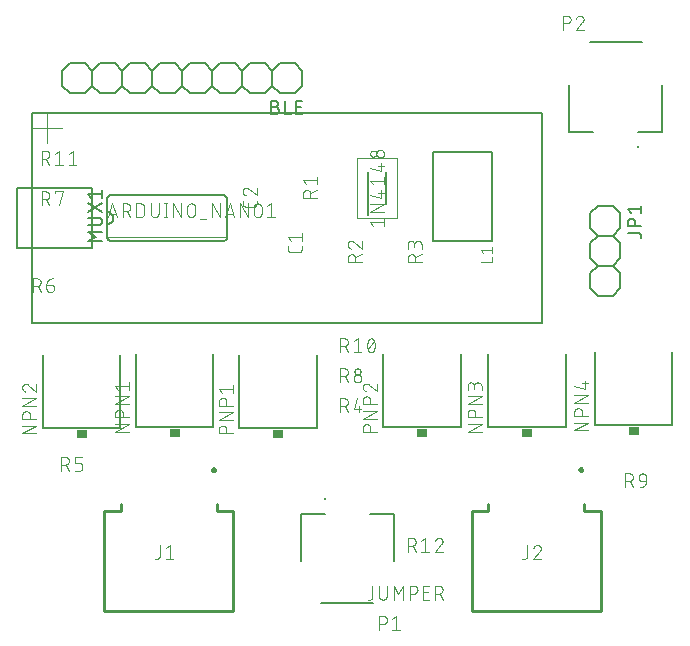
<source format=gto>
G75*
%MOIN*%
%OFA0B0*%
%FSLAX25Y25*%
%IPPOS*%
%LPD*%
%AMOC8*
5,1,8,0,0,1.08239X$1,22.5*
%
%ADD10C,0.00400*%
%ADD11C,0.00197*%
%ADD12C,0.00787*%
%ADD13C,0.00500*%
%ADD14C,0.00063*%
%ADD15C,0.00600*%
%ADD16C,0.01000*%
%ADD17C,0.00300*%
%ADD18C,0.00200*%
%ADD19C,0.00800*%
%ADD20R,0.03400X0.03000*%
%ADD21C,0.01000*%
D10*
X0072437Y0052826D02*
X0072948Y0052826D01*
X0073010Y0052828D01*
X0073071Y0052833D01*
X0073132Y0052843D01*
X0073193Y0052856D01*
X0073252Y0052872D01*
X0073310Y0052892D01*
X0073367Y0052916D01*
X0073423Y0052943D01*
X0073477Y0052973D01*
X0073529Y0053007D01*
X0073578Y0053043D01*
X0073626Y0053083D01*
X0073671Y0053125D01*
X0073713Y0053170D01*
X0073753Y0053218D01*
X0073789Y0053267D01*
X0073823Y0053319D01*
X0073853Y0053373D01*
X0073880Y0053429D01*
X0073904Y0053486D01*
X0073924Y0053544D01*
X0073940Y0053603D01*
X0073953Y0053664D01*
X0073963Y0053725D01*
X0073968Y0053786D01*
X0073970Y0053848D01*
X0073971Y0053848D02*
X0073971Y0057426D01*
X0076047Y0056404D02*
X0077324Y0057426D01*
X0077324Y0052826D01*
X0076047Y0052826D02*
X0078602Y0052826D01*
X0047204Y0082200D02*
X0045671Y0082200D01*
X0047204Y0082200D02*
X0047266Y0082202D01*
X0047327Y0082207D01*
X0047388Y0082217D01*
X0047449Y0082230D01*
X0047508Y0082246D01*
X0047566Y0082266D01*
X0047623Y0082290D01*
X0047679Y0082317D01*
X0047733Y0082347D01*
X0047785Y0082381D01*
X0047834Y0082417D01*
X0047882Y0082457D01*
X0047927Y0082499D01*
X0047969Y0082544D01*
X0048009Y0082592D01*
X0048045Y0082641D01*
X0048079Y0082693D01*
X0048109Y0082747D01*
X0048136Y0082803D01*
X0048160Y0082860D01*
X0048180Y0082918D01*
X0048196Y0082977D01*
X0048209Y0083038D01*
X0048219Y0083099D01*
X0048224Y0083160D01*
X0048226Y0083222D01*
X0048227Y0083222D02*
X0048227Y0083733D01*
X0048226Y0083733D02*
X0048224Y0083795D01*
X0048219Y0083856D01*
X0048209Y0083917D01*
X0048196Y0083978D01*
X0048180Y0084037D01*
X0048160Y0084095D01*
X0048136Y0084152D01*
X0048109Y0084208D01*
X0048079Y0084262D01*
X0048045Y0084314D01*
X0048009Y0084363D01*
X0047969Y0084411D01*
X0047927Y0084456D01*
X0047882Y0084498D01*
X0047834Y0084538D01*
X0047785Y0084574D01*
X0047733Y0084608D01*
X0047679Y0084638D01*
X0047623Y0084665D01*
X0047566Y0084689D01*
X0047508Y0084709D01*
X0047449Y0084725D01*
X0047388Y0084738D01*
X0047327Y0084748D01*
X0047266Y0084753D01*
X0047204Y0084755D01*
X0047204Y0084756D02*
X0045671Y0084756D01*
X0045671Y0086800D01*
X0048227Y0086800D01*
X0042478Y0086800D02*
X0041200Y0086800D01*
X0041200Y0082200D01*
X0041200Y0084244D02*
X0042478Y0084244D01*
X0042733Y0084244D02*
X0043756Y0082200D01*
X0042478Y0084244D02*
X0042548Y0084246D01*
X0042619Y0084252D01*
X0042688Y0084261D01*
X0042757Y0084275D01*
X0042826Y0084292D01*
X0042893Y0084313D01*
X0042959Y0084338D01*
X0043023Y0084366D01*
X0043086Y0084398D01*
X0043147Y0084433D01*
X0043206Y0084472D01*
X0043263Y0084513D01*
X0043317Y0084558D01*
X0043369Y0084606D01*
X0043418Y0084656D01*
X0043465Y0084710D01*
X0043508Y0084765D01*
X0043548Y0084823D01*
X0043585Y0084883D01*
X0043618Y0084945D01*
X0043648Y0085009D01*
X0043675Y0085074D01*
X0043698Y0085140D01*
X0043717Y0085208D01*
X0043732Y0085277D01*
X0043744Y0085346D01*
X0043752Y0085416D01*
X0043756Y0085487D01*
X0043756Y0085557D01*
X0043752Y0085628D01*
X0043744Y0085698D01*
X0043732Y0085767D01*
X0043717Y0085836D01*
X0043698Y0085904D01*
X0043675Y0085970D01*
X0043648Y0086035D01*
X0043618Y0086099D01*
X0043585Y0086161D01*
X0043548Y0086221D01*
X0043508Y0086279D01*
X0043465Y0086334D01*
X0043418Y0086388D01*
X0043369Y0086438D01*
X0043317Y0086486D01*
X0043263Y0086531D01*
X0043206Y0086572D01*
X0043147Y0086611D01*
X0043086Y0086646D01*
X0043023Y0086678D01*
X0042959Y0086706D01*
X0042893Y0086731D01*
X0042826Y0086752D01*
X0042757Y0086769D01*
X0042688Y0086783D01*
X0042619Y0086792D01*
X0042548Y0086798D01*
X0042478Y0086800D01*
X0032800Y0094625D02*
X0028200Y0094625D01*
X0032800Y0097181D01*
X0028200Y0097181D01*
X0028200Y0099492D02*
X0028200Y0100770D01*
X0028202Y0100840D01*
X0028208Y0100911D01*
X0028217Y0100980D01*
X0028231Y0101049D01*
X0028248Y0101118D01*
X0028269Y0101185D01*
X0028294Y0101251D01*
X0028322Y0101315D01*
X0028354Y0101378D01*
X0028389Y0101439D01*
X0028428Y0101498D01*
X0028469Y0101555D01*
X0028514Y0101609D01*
X0028562Y0101661D01*
X0028612Y0101710D01*
X0028666Y0101757D01*
X0028721Y0101800D01*
X0028779Y0101840D01*
X0028839Y0101877D01*
X0028901Y0101910D01*
X0028965Y0101940D01*
X0029030Y0101967D01*
X0029096Y0101990D01*
X0029164Y0102009D01*
X0029233Y0102024D01*
X0029302Y0102036D01*
X0029372Y0102044D01*
X0029443Y0102048D01*
X0029513Y0102048D01*
X0029584Y0102044D01*
X0029654Y0102036D01*
X0029723Y0102024D01*
X0029792Y0102009D01*
X0029860Y0101990D01*
X0029926Y0101967D01*
X0029991Y0101940D01*
X0030055Y0101910D01*
X0030117Y0101877D01*
X0030177Y0101840D01*
X0030235Y0101800D01*
X0030290Y0101757D01*
X0030344Y0101710D01*
X0030394Y0101661D01*
X0030442Y0101609D01*
X0030487Y0101555D01*
X0030528Y0101498D01*
X0030567Y0101439D01*
X0030602Y0101378D01*
X0030634Y0101315D01*
X0030662Y0101251D01*
X0030687Y0101185D01*
X0030708Y0101118D01*
X0030725Y0101049D01*
X0030739Y0100980D01*
X0030748Y0100911D01*
X0030754Y0100840D01*
X0030756Y0100770D01*
X0030756Y0099492D01*
X0032800Y0099492D02*
X0028200Y0099492D01*
X0028200Y0103925D02*
X0032800Y0106481D01*
X0028200Y0106481D01*
X0028200Y0103925D02*
X0032800Y0103925D01*
X0032800Y0108575D02*
X0032800Y0111131D01*
X0032800Y0108575D02*
X0030244Y0110747D01*
X0028200Y0109981D02*
X0028202Y0109907D01*
X0028207Y0109833D01*
X0028217Y0109759D01*
X0028230Y0109686D01*
X0028246Y0109613D01*
X0028267Y0109542D01*
X0028291Y0109472D01*
X0028318Y0109403D01*
X0028349Y0109335D01*
X0028383Y0109269D01*
X0028420Y0109205D01*
X0028461Y0109143D01*
X0028505Y0109082D01*
X0028551Y0109025D01*
X0028601Y0108969D01*
X0028653Y0108916D01*
X0028708Y0108866D01*
X0028765Y0108819D01*
X0028825Y0108775D01*
X0028887Y0108733D01*
X0028950Y0108695D01*
X0029016Y0108660D01*
X0029083Y0108629D01*
X0029152Y0108601D01*
X0029222Y0108576D01*
X0030244Y0110748D02*
X0030197Y0110795D01*
X0030147Y0110839D01*
X0030095Y0110881D01*
X0030041Y0110920D01*
X0029985Y0110955D01*
X0029927Y0110988D01*
X0029867Y0111018D01*
X0029806Y0111044D01*
X0029743Y0111067D01*
X0029679Y0111086D01*
X0029615Y0111102D01*
X0029549Y0111115D01*
X0029483Y0111124D01*
X0029417Y0111129D01*
X0029350Y0111131D01*
X0029283Y0111129D01*
X0029216Y0111123D01*
X0029150Y0111114D01*
X0029085Y0111100D01*
X0029020Y0111083D01*
X0028957Y0111062D01*
X0028895Y0111037D01*
X0028834Y0111009D01*
X0028775Y0110977D01*
X0028718Y0110942D01*
X0028663Y0110903D01*
X0028611Y0110862D01*
X0028561Y0110817D01*
X0028514Y0110770D01*
X0028469Y0110720D01*
X0028428Y0110668D01*
X0028389Y0110613D01*
X0028354Y0110556D01*
X0028322Y0110497D01*
X0028294Y0110436D01*
X0028269Y0110374D01*
X0028248Y0110311D01*
X0028231Y0110246D01*
X0028217Y0110181D01*
X0028208Y0110115D01*
X0028202Y0110048D01*
X0028200Y0109981D01*
X0059200Y0110353D02*
X0060222Y0109075D01*
X0059200Y0110353D02*
X0063800Y0110353D01*
X0063800Y0109075D02*
X0063800Y0111631D01*
X0063800Y0106981D02*
X0059200Y0106981D01*
X0059200Y0104425D02*
X0063800Y0106981D01*
X0063800Y0104425D02*
X0059200Y0104425D01*
X0059200Y0101270D02*
X0059200Y0099992D01*
X0063800Y0099992D01*
X0061756Y0099992D02*
X0061756Y0101270D01*
X0061754Y0101340D01*
X0061748Y0101411D01*
X0061739Y0101480D01*
X0061725Y0101549D01*
X0061708Y0101618D01*
X0061687Y0101685D01*
X0061662Y0101751D01*
X0061634Y0101815D01*
X0061602Y0101878D01*
X0061567Y0101939D01*
X0061528Y0101998D01*
X0061487Y0102055D01*
X0061442Y0102109D01*
X0061394Y0102161D01*
X0061344Y0102210D01*
X0061290Y0102257D01*
X0061235Y0102300D01*
X0061177Y0102340D01*
X0061117Y0102377D01*
X0061055Y0102410D01*
X0060991Y0102440D01*
X0060926Y0102467D01*
X0060860Y0102490D01*
X0060792Y0102509D01*
X0060723Y0102524D01*
X0060654Y0102536D01*
X0060584Y0102544D01*
X0060513Y0102548D01*
X0060443Y0102548D01*
X0060372Y0102544D01*
X0060302Y0102536D01*
X0060233Y0102524D01*
X0060164Y0102509D01*
X0060096Y0102490D01*
X0060030Y0102467D01*
X0059965Y0102440D01*
X0059901Y0102410D01*
X0059839Y0102377D01*
X0059779Y0102340D01*
X0059721Y0102300D01*
X0059666Y0102257D01*
X0059612Y0102210D01*
X0059562Y0102161D01*
X0059514Y0102109D01*
X0059469Y0102055D01*
X0059428Y0101998D01*
X0059389Y0101939D01*
X0059354Y0101878D01*
X0059322Y0101815D01*
X0059294Y0101751D01*
X0059269Y0101685D01*
X0059248Y0101618D01*
X0059231Y0101549D01*
X0059217Y0101480D01*
X0059208Y0101411D01*
X0059202Y0101340D01*
X0059200Y0101270D01*
X0059200Y0097681D02*
X0063800Y0097681D01*
X0059200Y0095125D01*
X0063800Y0095125D01*
X0093700Y0094625D02*
X0093700Y0095903D01*
X0093702Y0095973D01*
X0093708Y0096044D01*
X0093717Y0096113D01*
X0093731Y0096182D01*
X0093748Y0096251D01*
X0093769Y0096318D01*
X0093794Y0096384D01*
X0093822Y0096448D01*
X0093854Y0096511D01*
X0093889Y0096572D01*
X0093928Y0096631D01*
X0093969Y0096688D01*
X0094014Y0096742D01*
X0094062Y0096794D01*
X0094112Y0096843D01*
X0094166Y0096890D01*
X0094221Y0096933D01*
X0094279Y0096973D01*
X0094339Y0097010D01*
X0094401Y0097043D01*
X0094465Y0097073D01*
X0094530Y0097100D01*
X0094596Y0097123D01*
X0094664Y0097142D01*
X0094733Y0097157D01*
X0094802Y0097169D01*
X0094872Y0097177D01*
X0094943Y0097181D01*
X0095013Y0097181D01*
X0095084Y0097177D01*
X0095154Y0097169D01*
X0095223Y0097157D01*
X0095292Y0097142D01*
X0095360Y0097123D01*
X0095426Y0097100D01*
X0095491Y0097073D01*
X0095555Y0097043D01*
X0095617Y0097010D01*
X0095677Y0096973D01*
X0095735Y0096933D01*
X0095790Y0096890D01*
X0095844Y0096843D01*
X0095894Y0096794D01*
X0095942Y0096742D01*
X0095987Y0096688D01*
X0096028Y0096631D01*
X0096067Y0096572D01*
X0096102Y0096511D01*
X0096134Y0096448D01*
X0096162Y0096384D01*
X0096187Y0096318D01*
X0096208Y0096251D01*
X0096225Y0096182D01*
X0096239Y0096113D01*
X0096248Y0096044D01*
X0096254Y0095973D01*
X0096256Y0095903D01*
X0096256Y0094625D01*
X0098300Y0094625D02*
X0093700Y0094625D01*
X0093700Y0099059D02*
X0098300Y0101614D01*
X0093700Y0101614D01*
X0093700Y0103925D02*
X0093700Y0105203D01*
X0093702Y0105273D01*
X0093708Y0105344D01*
X0093717Y0105413D01*
X0093731Y0105482D01*
X0093748Y0105551D01*
X0093769Y0105618D01*
X0093794Y0105684D01*
X0093822Y0105748D01*
X0093854Y0105811D01*
X0093889Y0105872D01*
X0093928Y0105931D01*
X0093969Y0105988D01*
X0094014Y0106042D01*
X0094062Y0106094D01*
X0094112Y0106143D01*
X0094166Y0106190D01*
X0094221Y0106233D01*
X0094279Y0106273D01*
X0094339Y0106310D01*
X0094401Y0106343D01*
X0094465Y0106373D01*
X0094530Y0106400D01*
X0094596Y0106423D01*
X0094664Y0106442D01*
X0094733Y0106457D01*
X0094802Y0106469D01*
X0094872Y0106477D01*
X0094943Y0106481D01*
X0095013Y0106481D01*
X0095084Y0106477D01*
X0095154Y0106469D01*
X0095223Y0106457D01*
X0095292Y0106442D01*
X0095360Y0106423D01*
X0095426Y0106400D01*
X0095491Y0106373D01*
X0095555Y0106343D01*
X0095617Y0106310D01*
X0095677Y0106273D01*
X0095735Y0106233D01*
X0095790Y0106190D01*
X0095844Y0106143D01*
X0095894Y0106094D01*
X0095942Y0106042D01*
X0095987Y0105988D01*
X0096028Y0105931D01*
X0096067Y0105872D01*
X0096102Y0105811D01*
X0096134Y0105748D01*
X0096162Y0105684D01*
X0096187Y0105618D01*
X0096208Y0105551D01*
X0096225Y0105482D01*
X0096239Y0105413D01*
X0096248Y0105344D01*
X0096254Y0105273D01*
X0096256Y0105203D01*
X0096256Y0103925D01*
X0098300Y0103925D02*
X0093700Y0103925D01*
X0094722Y0108208D02*
X0093700Y0109486D01*
X0098300Y0109486D01*
X0098300Y0108208D02*
X0098300Y0110764D01*
X0098300Y0099059D02*
X0093700Y0099059D01*
X0134200Y0101700D02*
X0134200Y0106300D01*
X0135478Y0106300D01*
X0135548Y0106298D01*
X0135619Y0106292D01*
X0135688Y0106283D01*
X0135757Y0106269D01*
X0135826Y0106252D01*
X0135893Y0106231D01*
X0135959Y0106206D01*
X0136023Y0106178D01*
X0136086Y0106146D01*
X0136147Y0106111D01*
X0136206Y0106072D01*
X0136263Y0106031D01*
X0136317Y0105986D01*
X0136369Y0105938D01*
X0136418Y0105888D01*
X0136465Y0105834D01*
X0136508Y0105779D01*
X0136548Y0105721D01*
X0136585Y0105661D01*
X0136618Y0105599D01*
X0136648Y0105535D01*
X0136675Y0105470D01*
X0136698Y0105404D01*
X0136717Y0105336D01*
X0136732Y0105267D01*
X0136744Y0105198D01*
X0136752Y0105128D01*
X0136756Y0105057D01*
X0136756Y0104987D01*
X0136752Y0104916D01*
X0136744Y0104846D01*
X0136732Y0104777D01*
X0136717Y0104708D01*
X0136698Y0104640D01*
X0136675Y0104574D01*
X0136648Y0104509D01*
X0136618Y0104445D01*
X0136585Y0104383D01*
X0136548Y0104323D01*
X0136508Y0104265D01*
X0136465Y0104210D01*
X0136418Y0104156D01*
X0136369Y0104106D01*
X0136317Y0104058D01*
X0136263Y0104013D01*
X0136206Y0103972D01*
X0136147Y0103933D01*
X0136086Y0103898D01*
X0136023Y0103866D01*
X0135959Y0103838D01*
X0135893Y0103813D01*
X0135826Y0103792D01*
X0135757Y0103775D01*
X0135688Y0103761D01*
X0135619Y0103752D01*
X0135548Y0103746D01*
X0135478Y0103744D01*
X0134200Y0103744D01*
X0135733Y0103744D02*
X0136756Y0101700D01*
X0138671Y0102722D02*
X0141227Y0102722D01*
X0141700Y0102114D02*
X0146300Y0102114D01*
X0141700Y0099559D01*
X0146300Y0099559D01*
X0144256Y0096403D02*
X0144256Y0095125D01*
X0144256Y0096403D02*
X0144254Y0096473D01*
X0144248Y0096544D01*
X0144239Y0096613D01*
X0144225Y0096682D01*
X0144208Y0096751D01*
X0144187Y0096818D01*
X0144162Y0096884D01*
X0144134Y0096948D01*
X0144102Y0097011D01*
X0144067Y0097072D01*
X0144028Y0097131D01*
X0143987Y0097188D01*
X0143942Y0097242D01*
X0143894Y0097294D01*
X0143844Y0097343D01*
X0143790Y0097390D01*
X0143735Y0097433D01*
X0143677Y0097473D01*
X0143617Y0097510D01*
X0143555Y0097543D01*
X0143491Y0097573D01*
X0143426Y0097600D01*
X0143360Y0097623D01*
X0143292Y0097642D01*
X0143223Y0097657D01*
X0143154Y0097669D01*
X0143084Y0097677D01*
X0143013Y0097681D01*
X0142943Y0097681D01*
X0142872Y0097677D01*
X0142802Y0097669D01*
X0142733Y0097657D01*
X0142664Y0097642D01*
X0142596Y0097623D01*
X0142530Y0097600D01*
X0142465Y0097573D01*
X0142401Y0097543D01*
X0142339Y0097510D01*
X0142279Y0097473D01*
X0142221Y0097433D01*
X0142166Y0097390D01*
X0142112Y0097343D01*
X0142062Y0097294D01*
X0142014Y0097242D01*
X0141969Y0097188D01*
X0141928Y0097131D01*
X0141889Y0097072D01*
X0141854Y0097011D01*
X0141822Y0096948D01*
X0141794Y0096884D01*
X0141769Y0096818D01*
X0141748Y0096751D01*
X0141731Y0096682D01*
X0141717Y0096613D01*
X0141708Y0096544D01*
X0141702Y0096473D01*
X0141700Y0096403D01*
X0141700Y0095125D01*
X0146300Y0095125D01*
X0140460Y0101700D02*
X0140460Y0103744D01*
X0141700Y0104425D02*
X0141700Y0105703D01*
X0141702Y0105773D01*
X0141708Y0105844D01*
X0141717Y0105913D01*
X0141731Y0105982D01*
X0141748Y0106051D01*
X0141769Y0106118D01*
X0141794Y0106184D01*
X0141822Y0106248D01*
X0141854Y0106311D01*
X0141889Y0106372D01*
X0141928Y0106431D01*
X0141969Y0106488D01*
X0142014Y0106542D01*
X0142062Y0106594D01*
X0142112Y0106643D01*
X0142166Y0106690D01*
X0142221Y0106733D01*
X0142279Y0106773D01*
X0142339Y0106810D01*
X0142401Y0106843D01*
X0142465Y0106873D01*
X0142530Y0106900D01*
X0142596Y0106923D01*
X0142664Y0106942D01*
X0142733Y0106957D01*
X0142802Y0106969D01*
X0142872Y0106977D01*
X0142943Y0106981D01*
X0143013Y0106981D01*
X0143084Y0106977D01*
X0143154Y0106969D01*
X0143223Y0106957D01*
X0143292Y0106942D01*
X0143360Y0106923D01*
X0143426Y0106900D01*
X0143491Y0106873D01*
X0143555Y0106843D01*
X0143617Y0106810D01*
X0143677Y0106773D01*
X0143735Y0106733D01*
X0143790Y0106690D01*
X0143844Y0106643D01*
X0143894Y0106594D01*
X0143942Y0106542D01*
X0143987Y0106488D01*
X0144028Y0106431D01*
X0144067Y0106372D01*
X0144102Y0106311D01*
X0144134Y0106248D01*
X0144162Y0106184D01*
X0144187Y0106118D01*
X0144208Y0106051D01*
X0144225Y0105982D01*
X0144239Y0105913D01*
X0144248Y0105844D01*
X0144254Y0105773D01*
X0144256Y0105703D01*
X0144256Y0104425D01*
X0146300Y0104425D02*
X0141700Y0104425D01*
X0139693Y0106300D02*
X0138671Y0102722D01*
X0142850Y0111264D02*
X0142917Y0111262D01*
X0142983Y0111257D01*
X0143049Y0111248D01*
X0143115Y0111235D01*
X0143179Y0111219D01*
X0143243Y0111200D01*
X0143306Y0111177D01*
X0143367Y0111151D01*
X0143427Y0111121D01*
X0143485Y0111088D01*
X0143541Y0111053D01*
X0143595Y0111014D01*
X0143647Y0110972D01*
X0143697Y0110928D01*
X0143744Y0110881D01*
X0146300Y0108708D01*
X0146300Y0111264D01*
X0142722Y0108709D02*
X0142652Y0108734D01*
X0142583Y0108762D01*
X0142516Y0108793D01*
X0142450Y0108828D01*
X0142387Y0108866D01*
X0142325Y0108908D01*
X0142265Y0108952D01*
X0142208Y0108999D01*
X0142153Y0109049D01*
X0142101Y0109102D01*
X0142051Y0109158D01*
X0142005Y0109215D01*
X0141961Y0109276D01*
X0141920Y0109338D01*
X0141883Y0109402D01*
X0141849Y0109468D01*
X0141818Y0109536D01*
X0141791Y0109605D01*
X0141767Y0109675D01*
X0141746Y0109746D01*
X0141730Y0109819D01*
X0141717Y0109892D01*
X0141707Y0109966D01*
X0141702Y0110040D01*
X0141700Y0110114D01*
X0141702Y0110181D01*
X0141708Y0110248D01*
X0141717Y0110314D01*
X0141731Y0110379D01*
X0141748Y0110444D01*
X0141769Y0110507D01*
X0141794Y0110569D01*
X0141822Y0110630D01*
X0141854Y0110689D01*
X0141889Y0110746D01*
X0141928Y0110801D01*
X0141969Y0110853D01*
X0142014Y0110903D01*
X0142061Y0110950D01*
X0142111Y0110995D01*
X0142163Y0111036D01*
X0142218Y0111075D01*
X0142275Y0111110D01*
X0142334Y0111142D01*
X0142395Y0111170D01*
X0142457Y0111195D01*
X0142520Y0111216D01*
X0142585Y0111233D01*
X0142650Y0111247D01*
X0142716Y0111256D01*
X0142783Y0111262D01*
X0142850Y0111264D01*
X0141227Y0112978D02*
X0141225Y0112908D01*
X0141219Y0112837D01*
X0141210Y0112768D01*
X0141196Y0112699D01*
X0141179Y0112630D01*
X0141158Y0112563D01*
X0141133Y0112497D01*
X0141105Y0112433D01*
X0141073Y0112370D01*
X0141038Y0112309D01*
X0140999Y0112250D01*
X0140958Y0112193D01*
X0140913Y0112139D01*
X0140865Y0112087D01*
X0140815Y0112038D01*
X0140761Y0111991D01*
X0140706Y0111948D01*
X0140648Y0111908D01*
X0140588Y0111871D01*
X0140526Y0111838D01*
X0140462Y0111808D01*
X0140397Y0111781D01*
X0140331Y0111758D01*
X0140263Y0111739D01*
X0140194Y0111724D01*
X0140125Y0111712D01*
X0140055Y0111704D01*
X0139984Y0111700D01*
X0139914Y0111700D01*
X0139843Y0111704D01*
X0139773Y0111712D01*
X0139704Y0111724D01*
X0139635Y0111739D01*
X0139567Y0111758D01*
X0139501Y0111781D01*
X0139436Y0111808D01*
X0139372Y0111838D01*
X0139310Y0111871D01*
X0139250Y0111908D01*
X0139192Y0111948D01*
X0139137Y0111991D01*
X0139083Y0112038D01*
X0139033Y0112087D01*
X0138985Y0112139D01*
X0138940Y0112193D01*
X0138899Y0112250D01*
X0138860Y0112309D01*
X0138825Y0112370D01*
X0138793Y0112433D01*
X0138765Y0112497D01*
X0138740Y0112563D01*
X0138719Y0112630D01*
X0138702Y0112699D01*
X0138688Y0112768D01*
X0138679Y0112837D01*
X0138673Y0112908D01*
X0138671Y0112978D01*
X0138673Y0113048D01*
X0138679Y0113119D01*
X0138688Y0113188D01*
X0138702Y0113257D01*
X0138719Y0113326D01*
X0138740Y0113393D01*
X0138765Y0113459D01*
X0138793Y0113523D01*
X0138825Y0113586D01*
X0138860Y0113647D01*
X0138899Y0113706D01*
X0138940Y0113763D01*
X0138985Y0113817D01*
X0139033Y0113869D01*
X0139083Y0113918D01*
X0139137Y0113965D01*
X0139192Y0114008D01*
X0139250Y0114048D01*
X0139310Y0114085D01*
X0139372Y0114118D01*
X0139436Y0114148D01*
X0139501Y0114175D01*
X0139567Y0114198D01*
X0139635Y0114217D01*
X0139704Y0114232D01*
X0139773Y0114244D01*
X0139843Y0114252D01*
X0139914Y0114256D01*
X0139984Y0114256D01*
X0140055Y0114252D01*
X0140125Y0114244D01*
X0140194Y0114232D01*
X0140263Y0114217D01*
X0140331Y0114198D01*
X0140397Y0114175D01*
X0140462Y0114148D01*
X0140526Y0114118D01*
X0140588Y0114085D01*
X0140648Y0114048D01*
X0140706Y0114008D01*
X0140761Y0113965D01*
X0140815Y0113918D01*
X0140865Y0113869D01*
X0140913Y0113817D01*
X0140958Y0113763D01*
X0140999Y0113706D01*
X0141038Y0113647D01*
X0141073Y0113586D01*
X0141105Y0113523D01*
X0141133Y0113459D01*
X0141158Y0113393D01*
X0141179Y0113326D01*
X0141196Y0113257D01*
X0141210Y0113188D01*
X0141219Y0113119D01*
X0141225Y0113048D01*
X0141227Y0112978D01*
X0140971Y0115278D02*
X0140969Y0115215D01*
X0140963Y0115152D01*
X0140954Y0115090D01*
X0140940Y0115029D01*
X0140923Y0114968D01*
X0140902Y0114909D01*
X0140877Y0114851D01*
X0140849Y0114794D01*
X0140818Y0114740D01*
X0140783Y0114688D01*
X0140745Y0114637D01*
X0140704Y0114589D01*
X0140660Y0114544D01*
X0140614Y0114502D01*
X0140565Y0114462D01*
X0140514Y0114426D01*
X0140460Y0114393D01*
X0140405Y0114363D01*
X0140347Y0114337D01*
X0140289Y0114314D01*
X0140229Y0114295D01*
X0140168Y0114280D01*
X0140106Y0114268D01*
X0140043Y0114260D01*
X0139980Y0114256D01*
X0139918Y0114256D01*
X0139855Y0114260D01*
X0139792Y0114268D01*
X0139730Y0114280D01*
X0139669Y0114295D01*
X0139609Y0114314D01*
X0139551Y0114337D01*
X0139493Y0114363D01*
X0139438Y0114393D01*
X0139384Y0114426D01*
X0139333Y0114462D01*
X0139284Y0114502D01*
X0139238Y0114544D01*
X0139194Y0114589D01*
X0139153Y0114637D01*
X0139115Y0114688D01*
X0139080Y0114740D01*
X0139049Y0114794D01*
X0139021Y0114851D01*
X0138996Y0114909D01*
X0138975Y0114968D01*
X0138958Y0115029D01*
X0138944Y0115090D01*
X0138935Y0115152D01*
X0138929Y0115215D01*
X0138927Y0115278D01*
X0138929Y0115341D01*
X0138935Y0115404D01*
X0138944Y0115466D01*
X0138958Y0115527D01*
X0138975Y0115588D01*
X0138996Y0115647D01*
X0139021Y0115705D01*
X0139049Y0115762D01*
X0139080Y0115816D01*
X0139115Y0115868D01*
X0139153Y0115919D01*
X0139194Y0115967D01*
X0139238Y0116012D01*
X0139284Y0116054D01*
X0139333Y0116094D01*
X0139384Y0116130D01*
X0139438Y0116163D01*
X0139493Y0116193D01*
X0139551Y0116219D01*
X0139609Y0116242D01*
X0139669Y0116261D01*
X0139730Y0116276D01*
X0139792Y0116288D01*
X0139855Y0116296D01*
X0139918Y0116300D01*
X0139980Y0116300D01*
X0140043Y0116296D01*
X0140106Y0116288D01*
X0140168Y0116276D01*
X0140229Y0116261D01*
X0140289Y0116242D01*
X0140347Y0116219D01*
X0140405Y0116193D01*
X0140460Y0116163D01*
X0140514Y0116130D01*
X0140565Y0116094D01*
X0140614Y0116054D01*
X0140660Y0116012D01*
X0140704Y0115967D01*
X0140745Y0115919D01*
X0140783Y0115868D01*
X0140818Y0115816D01*
X0140849Y0115762D01*
X0140877Y0115705D01*
X0140902Y0115647D01*
X0140923Y0115588D01*
X0140940Y0115527D01*
X0140954Y0115466D01*
X0140963Y0115404D01*
X0140969Y0115341D01*
X0140971Y0115278D01*
X0135733Y0113744D02*
X0136756Y0111700D01*
X0135478Y0113744D02*
X0134200Y0113744D01*
X0135478Y0113744D02*
X0135548Y0113746D01*
X0135619Y0113752D01*
X0135688Y0113761D01*
X0135757Y0113775D01*
X0135826Y0113792D01*
X0135893Y0113813D01*
X0135959Y0113838D01*
X0136023Y0113866D01*
X0136086Y0113898D01*
X0136147Y0113933D01*
X0136206Y0113972D01*
X0136263Y0114013D01*
X0136317Y0114058D01*
X0136369Y0114106D01*
X0136418Y0114156D01*
X0136465Y0114210D01*
X0136508Y0114265D01*
X0136548Y0114323D01*
X0136585Y0114383D01*
X0136618Y0114445D01*
X0136648Y0114509D01*
X0136675Y0114574D01*
X0136698Y0114640D01*
X0136717Y0114708D01*
X0136732Y0114777D01*
X0136744Y0114846D01*
X0136752Y0114916D01*
X0136756Y0114987D01*
X0136756Y0115057D01*
X0136752Y0115128D01*
X0136744Y0115198D01*
X0136732Y0115267D01*
X0136717Y0115336D01*
X0136698Y0115404D01*
X0136675Y0115470D01*
X0136648Y0115535D01*
X0136618Y0115599D01*
X0136585Y0115661D01*
X0136548Y0115721D01*
X0136508Y0115779D01*
X0136465Y0115834D01*
X0136418Y0115888D01*
X0136369Y0115938D01*
X0136317Y0115986D01*
X0136263Y0116031D01*
X0136206Y0116072D01*
X0136147Y0116111D01*
X0136086Y0116146D01*
X0136023Y0116178D01*
X0135959Y0116206D01*
X0135893Y0116231D01*
X0135826Y0116252D01*
X0135757Y0116269D01*
X0135688Y0116283D01*
X0135619Y0116292D01*
X0135548Y0116298D01*
X0135478Y0116300D01*
X0134200Y0116300D01*
X0134200Y0111700D01*
X0134200Y0121700D02*
X0134200Y0126300D01*
X0135478Y0126300D01*
X0135548Y0126298D01*
X0135619Y0126292D01*
X0135688Y0126283D01*
X0135757Y0126269D01*
X0135826Y0126252D01*
X0135893Y0126231D01*
X0135959Y0126206D01*
X0136023Y0126178D01*
X0136086Y0126146D01*
X0136147Y0126111D01*
X0136206Y0126072D01*
X0136263Y0126031D01*
X0136317Y0125986D01*
X0136369Y0125938D01*
X0136418Y0125888D01*
X0136465Y0125834D01*
X0136508Y0125779D01*
X0136548Y0125721D01*
X0136585Y0125661D01*
X0136618Y0125599D01*
X0136648Y0125535D01*
X0136675Y0125470D01*
X0136698Y0125404D01*
X0136717Y0125336D01*
X0136732Y0125267D01*
X0136744Y0125198D01*
X0136752Y0125128D01*
X0136756Y0125057D01*
X0136756Y0124987D01*
X0136752Y0124916D01*
X0136744Y0124846D01*
X0136732Y0124777D01*
X0136717Y0124708D01*
X0136698Y0124640D01*
X0136675Y0124574D01*
X0136648Y0124509D01*
X0136618Y0124445D01*
X0136585Y0124383D01*
X0136548Y0124323D01*
X0136508Y0124265D01*
X0136465Y0124210D01*
X0136418Y0124156D01*
X0136369Y0124106D01*
X0136317Y0124058D01*
X0136263Y0124013D01*
X0136206Y0123972D01*
X0136147Y0123933D01*
X0136086Y0123898D01*
X0136023Y0123866D01*
X0135959Y0123838D01*
X0135893Y0123813D01*
X0135826Y0123792D01*
X0135757Y0123775D01*
X0135688Y0123761D01*
X0135619Y0123752D01*
X0135548Y0123746D01*
X0135478Y0123744D01*
X0134200Y0123744D01*
X0135733Y0123744D02*
X0136756Y0121700D01*
X0138671Y0121700D02*
X0141227Y0121700D01*
X0139949Y0121700D02*
X0139949Y0126300D01*
X0138671Y0125278D01*
X0145727Y0124000D02*
X0145725Y0123885D01*
X0145720Y0123771D01*
X0145711Y0123657D01*
X0145699Y0123543D01*
X0145684Y0123429D01*
X0145665Y0123316D01*
X0145642Y0123204D01*
X0145617Y0123092D01*
X0145587Y0122981D01*
X0145555Y0122871D01*
X0145519Y0122762D01*
X0145480Y0122654D01*
X0145438Y0122548D01*
X0145392Y0122443D01*
X0145344Y0122339D01*
X0145323Y0122284D01*
X0145299Y0122231D01*
X0145272Y0122179D01*
X0145241Y0122129D01*
X0145208Y0122081D01*
X0145171Y0122035D01*
X0145132Y0121991D01*
X0145090Y0121950D01*
X0145046Y0121912D01*
X0144999Y0121876D01*
X0144950Y0121844D01*
X0144899Y0121814D01*
X0144847Y0121788D01*
X0144793Y0121765D01*
X0144738Y0121745D01*
X0144681Y0121729D01*
X0144624Y0121716D01*
X0144566Y0121707D01*
X0144508Y0121702D01*
X0144449Y0121700D01*
X0144390Y0121702D01*
X0144332Y0121707D01*
X0144274Y0121716D01*
X0144217Y0121729D01*
X0144160Y0121745D01*
X0144105Y0121765D01*
X0144051Y0121788D01*
X0143999Y0121814D01*
X0143948Y0121844D01*
X0143899Y0121876D01*
X0143852Y0121912D01*
X0143808Y0121950D01*
X0143766Y0121991D01*
X0143727Y0122035D01*
X0143690Y0122081D01*
X0143657Y0122129D01*
X0143626Y0122179D01*
X0143599Y0122231D01*
X0143575Y0122284D01*
X0143554Y0122339D01*
X0143427Y0122722D02*
X0145471Y0125278D01*
X0145344Y0125661D02*
X0145323Y0125716D01*
X0145299Y0125769D01*
X0145272Y0125821D01*
X0145241Y0125871D01*
X0145208Y0125919D01*
X0145171Y0125965D01*
X0145132Y0126009D01*
X0145090Y0126050D01*
X0145046Y0126088D01*
X0144999Y0126124D01*
X0144950Y0126156D01*
X0144899Y0126186D01*
X0144847Y0126212D01*
X0144793Y0126235D01*
X0144738Y0126255D01*
X0144681Y0126271D01*
X0144624Y0126284D01*
X0144566Y0126293D01*
X0144508Y0126298D01*
X0144449Y0126300D01*
X0144390Y0126298D01*
X0144332Y0126293D01*
X0144274Y0126284D01*
X0144217Y0126271D01*
X0144160Y0126255D01*
X0144105Y0126235D01*
X0144051Y0126212D01*
X0143999Y0126186D01*
X0143948Y0126156D01*
X0143899Y0126124D01*
X0143852Y0126088D01*
X0143808Y0126050D01*
X0143766Y0126009D01*
X0143727Y0125965D01*
X0143690Y0125919D01*
X0143657Y0125871D01*
X0143626Y0125821D01*
X0143599Y0125769D01*
X0143575Y0125716D01*
X0143554Y0125661D01*
X0145344Y0125661D02*
X0145392Y0125557D01*
X0145438Y0125452D01*
X0145480Y0125346D01*
X0145519Y0125238D01*
X0145555Y0125129D01*
X0145587Y0125019D01*
X0145617Y0124908D01*
X0145642Y0124796D01*
X0145665Y0124684D01*
X0145684Y0124571D01*
X0145699Y0124457D01*
X0145711Y0124343D01*
X0145720Y0124229D01*
X0145725Y0124115D01*
X0145727Y0124000D01*
X0143171Y0124000D02*
X0143173Y0124115D01*
X0143178Y0124229D01*
X0143187Y0124343D01*
X0143199Y0124457D01*
X0143214Y0124571D01*
X0143233Y0124684D01*
X0143256Y0124796D01*
X0143281Y0124908D01*
X0143311Y0125019D01*
X0143343Y0125129D01*
X0143379Y0125238D01*
X0143418Y0125346D01*
X0143460Y0125452D01*
X0143506Y0125557D01*
X0143554Y0125661D01*
X0143171Y0124000D02*
X0143173Y0123885D01*
X0143178Y0123771D01*
X0143187Y0123657D01*
X0143199Y0123543D01*
X0143214Y0123429D01*
X0143233Y0123316D01*
X0143256Y0123204D01*
X0143281Y0123092D01*
X0143311Y0122981D01*
X0143343Y0122871D01*
X0143379Y0122762D01*
X0143418Y0122654D01*
X0143460Y0122548D01*
X0143506Y0122443D01*
X0143554Y0122339D01*
X0176700Y0110608D02*
X0176700Y0109075D01*
X0176700Y0110608D02*
X0176702Y0110671D01*
X0176708Y0110734D01*
X0176717Y0110796D01*
X0176731Y0110857D01*
X0176748Y0110918D01*
X0176769Y0110977D01*
X0176794Y0111035D01*
X0176822Y0111092D01*
X0176853Y0111146D01*
X0176888Y0111198D01*
X0176926Y0111249D01*
X0176967Y0111297D01*
X0177011Y0111342D01*
X0177057Y0111384D01*
X0177106Y0111424D01*
X0177157Y0111460D01*
X0177211Y0111493D01*
X0177266Y0111523D01*
X0177324Y0111549D01*
X0177382Y0111572D01*
X0177442Y0111591D01*
X0177503Y0111606D01*
X0177565Y0111618D01*
X0177628Y0111626D01*
X0177691Y0111630D01*
X0177753Y0111630D01*
X0177816Y0111626D01*
X0177879Y0111618D01*
X0177941Y0111606D01*
X0178002Y0111591D01*
X0178062Y0111572D01*
X0178120Y0111549D01*
X0178178Y0111523D01*
X0178233Y0111493D01*
X0178287Y0111460D01*
X0178338Y0111424D01*
X0178387Y0111384D01*
X0178433Y0111342D01*
X0178477Y0111297D01*
X0178518Y0111249D01*
X0178556Y0111198D01*
X0178591Y0111146D01*
X0178622Y0111092D01*
X0178650Y0111035D01*
X0178675Y0110977D01*
X0178696Y0110918D01*
X0178713Y0110857D01*
X0178727Y0110796D01*
X0178736Y0110734D01*
X0178742Y0110671D01*
X0178744Y0110608D01*
X0178744Y0109586D01*
X0178744Y0110353D02*
X0178746Y0110423D01*
X0178752Y0110494D01*
X0178761Y0110563D01*
X0178775Y0110632D01*
X0178792Y0110701D01*
X0178813Y0110768D01*
X0178838Y0110834D01*
X0178866Y0110898D01*
X0178898Y0110961D01*
X0178933Y0111022D01*
X0178972Y0111081D01*
X0179013Y0111138D01*
X0179058Y0111192D01*
X0179106Y0111244D01*
X0179156Y0111293D01*
X0179210Y0111340D01*
X0179265Y0111383D01*
X0179323Y0111423D01*
X0179383Y0111460D01*
X0179445Y0111493D01*
X0179509Y0111523D01*
X0179574Y0111550D01*
X0179640Y0111573D01*
X0179708Y0111592D01*
X0179777Y0111607D01*
X0179846Y0111619D01*
X0179916Y0111627D01*
X0179987Y0111631D01*
X0180057Y0111631D01*
X0180128Y0111627D01*
X0180198Y0111619D01*
X0180267Y0111607D01*
X0180336Y0111592D01*
X0180404Y0111573D01*
X0180470Y0111550D01*
X0180535Y0111523D01*
X0180599Y0111493D01*
X0180661Y0111460D01*
X0180721Y0111423D01*
X0180779Y0111383D01*
X0180834Y0111340D01*
X0180888Y0111293D01*
X0180938Y0111244D01*
X0180986Y0111192D01*
X0181031Y0111138D01*
X0181072Y0111081D01*
X0181111Y0111022D01*
X0181146Y0110961D01*
X0181178Y0110898D01*
X0181206Y0110834D01*
X0181231Y0110768D01*
X0181252Y0110701D01*
X0181269Y0110632D01*
X0181283Y0110563D01*
X0181292Y0110494D01*
X0181298Y0110423D01*
X0181300Y0110353D01*
X0181300Y0109075D01*
X0181300Y0106981D02*
X0176700Y0106981D01*
X0176700Y0104425D02*
X0181300Y0106981D01*
X0181300Y0104425D02*
X0176700Y0104425D01*
X0176700Y0101270D02*
X0176700Y0099992D01*
X0181300Y0099992D01*
X0179256Y0099992D02*
X0179256Y0101270D01*
X0179254Y0101340D01*
X0179248Y0101411D01*
X0179239Y0101480D01*
X0179225Y0101549D01*
X0179208Y0101618D01*
X0179187Y0101685D01*
X0179162Y0101751D01*
X0179134Y0101815D01*
X0179102Y0101878D01*
X0179067Y0101939D01*
X0179028Y0101998D01*
X0178987Y0102055D01*
X0178942Y0102109D01*
X0178894Y0102161D01*
X0178844Y0102210D01*
X0178790Y0102257D01*
X0178735Y0102300D01*
X0178677Y0102340D01*
X0178617Y0102377D01*
X0178555Y0102410D01*
X0178491Y0102440D01*
X0178426Y0102467D01*
X0178360Y0102490D01*
X0178292Y0102509D01*
X0178223Y0102524D01*
X0178154Y0102536D01*
X0178084Y0102544D01*
X0178013Y0102548D01*
X0177943Y0102548D01*
X0177872Y0102544D01*
X0177802Y0102536D01*
X0177733Y0102524D01*
X0177664Y0102509D01*
X0177596Y0102490D01*
X0177530Y0102467D01*
X0177465Y0102440D01*
X0177401Y0102410D01*
X0177339Y0102377D01*
X0177279Y0102340D01*
X0177221Y0102300D01*
X0177166Y0102257D01*
X0177112Y0102210D01*
X0177062Y0102161D01*
X0177014Y0102109D01*
X0176969Y0102055D01*
X0176928Y0101998D01*
X0176889Y0101939D01*
X0176854Y0101878D01*
X0176822Y0101815D01*
X0176794Y0101751D01*
X0176769Y0101685D01*
X0176748Y0101618D01*
X0176731Y0101549D01*
X0176717Y0101480D01*
X0176708Y0101411D01*
X0176702Y0101340D01*
X0176700Y0101270D01*
X0176700Y0097681D02*
X0181300Y0097681D01*
X0176700Y0095125D01*
X0181300Y0095125D01*
X0212200Y0095625D02*
X0216800Y0098181D01*
X0212200Y0098181D01*
X0212200Y0100492D02*
X0212200Y0101770D01*
X0212202Y0101840D01*
X0212208Y0101911D01*
X0212217Y0101980D01*
X0212231Y0102049D01*
X0212248Y0102118D01*
X0212269Y0102185D01*
X0212294Y0102251D01*
X0212322Y0102315D01*
X0212354Y0102378D01*
X0212389Y0102439D01*
X0212428Y0102498D01*
X0212469Y0102555D01*
X0212514Y0102609D01*
X0212562Y0102661D01*
X0212612Y0102710D01*
X0212666Y0102757D01*
X0212721Y0102800D01*
X0212779Y0102840D01*
X0212839Y0102877D01*
X0212901Y0102910D01*
X0212965Y0102940D01*
X0213030Y0102967D01*
X0213096Y0102990D01*
X0213164Y0103009D01*
X0213233Y0103024D01*
X0213302Y0103036D01*
X0213372Y0103044D01*
X0213443Y0103048D01*
X0213513Y0103048D01*
X0213584Y0103044D01*
X0213654Y0103036D01*
X0213723Y0103024D01*
X0213792Y0103009D01*
X0213860Y0102990D01*
X0213926Y0102967D01*
X0213991Y0102940D01*
X0214055Y0102910D01*
X0214117Y0102877D01*
X0214177Y0102840D01*
X0214235Y0102800D01*
X0214290Y0102757D01*
X0214344Y0102710D01*
X0214394Y0102661D01*
X0214442Y0102609D01*
X0214487Y0102555D01*
X0214528Y0102498D01*
X0214567Y0102439D01*
X0214602Y0102378D01*
X0214634Y0102315D01*
X0214662Y0102251D01*
X0214687Y0102185D01*
X0214708Y0102118D01*
X0214725Y0102049D01*
X0214739Y0101980D01*
X0214748Y0101911D01*
X0214754Y0101840D01*
X0214756Y0101770D01*
X0214756Y0100492D01*
X0216800Y0100492D02*
X0212200Y0100492D01*
X0212200Y0104925D02*
X0216800Y0107481D01*
X0212200Y0107481D01*
X0212200Y0104925D02*
X0216800Y0104925D01*
X0215778Y0109575D02*
X0212200Y0110597D01*
X0214756Y0111364D02*
X0216800Y0111364D01*
X0215778Y0112131D02*
X0215778Y0109575D01*
X0216800Y0095625D02*
X0212200Y0095625D01*
X0229200Y0081300D02*
X0230478Y0081300D01*
X0230548Y0081298D01*
X0230619Y0081292D01*
X0230688Y0081283D01*
X0230757Y0081269D01*
X0230826Y0081252D01*
X0230893Y0081231D01*
X0230959Y0081206D01*
X0231023Y0081178D01*
X0231086Y0081146D01*
X0231147Y0081111D01*
X0231206Y0081072D01*
X0231263Y0081031D01*
X0231317Y0080986D01*
X0231369Y0080938D01*
X0231418Y0080888D01*
X0231465Y0080834D01*
X0231508Y0080779D01*
X0231548Y0080721D01*
X0231585Y0080661D01*
X0231618Y0080599D01*
X0231648Y0080535D01*
X0231675Y0080470D01*
X0231698Y0080404D01*
X0231717Y0080336D01*
X0231732Y0080267D01*
X0231744Y0080198D01*
X0231752Y0080128D01*
X0231756Y0080057D01*
X0231756Y0079987D01*
X0231752Y0079916D01*
X0231744Y0079846D01*
X0231732Y0079777D01*
X0231717Y0079708D01*
X0231698Y0079640D01*
X0231675Y0079574D01*
X0231648Y0079509D01*
X0231618Y0079445D01*
X0231585Y0079383D01*
X0231548Y0079323D01*
X0231508Y0079265D01*
X0231465Y0079210D01*
X0231418Y0079156D01*
X0231369Y0079106D01*
X0231317Y0079058D01*
X0231263Y0079013D01*
X0231206Y0078972D01*
X0231147Y0078933D01*
X0231086Y0078898D01*
X0231023Y0078866D01*
X0230959Y0078838D01*
X0230893Y0078813D01*
X0230826Y0078792D01*
X0230757Y0078775D01*
X0230688Y0078761D01*
X0230619Y0078752D01*
X0230548Y0078746D01*
X0230478Y0078744D01*
X0229200Y0078744D01*
X0230733Y0078744D02*
X0231756Y0076700D01*
X0229200Y0076700D02*
X0229200Y0081300D01*
X0233671Y0080022D02*
X0233671Y0079767D01*
X0233673Y0079705D01*
X0233678Y0079644D01*
X0233688Y0079583D01*
X0233701Y0079522D01*
X0233717Y0079463D01*
X0233737Y0079405D01*
X0233761Y0079348D01*
X0233788Y0079292D01*
X0233818Y0079238D01*
X0233852Y0079186D01*
X0233888Y0079137D01*
X0233928Y0079089D01*
X0233970Y0079044D01*
X0234015Y0079002D01*
X0234063Y0078962D01*
X0234112Y0078926D01*
X0234164Y0078892D01*
X0234218Y0078862D01*
X0234274Y0078835D01*
X0234331Y0078811D01*
X0234389Y0078791D01*
X0234448Y0078775D01*
X0234509Y0078762D01*
X0234570Y0078752D01*
X0234631Y0078747D01*
X0234693Y0078745D01*
X0234693Y0078744D02*
X0236227Y0078744D01*
X0236227Y0080022D01*
X0236225Y0080092D01*
X0236219Y0080163D01*
X0236210Y0080232D01*
X0236196Y0080301D01*
X0236179Y0080370D01*
X0236158Y0080437D01*
X0236133Y0080503D01*
X0236105Y0080567D01*
X0236073Y0080630D01*
X0236038Y0080691D01*
X0235999Y0080750D01*
X0235958Y0080807D01*
X0235913Y0080861D01*
X0235865Y0080913D01*
X0235815Y0080962D01*
X0235761Y0081009D01*
X0235706Y0081052D01*
X0235648Y0081092D01*
X0235588Y0081129D01*
X0235526Y0081162D01*
X0235462Y0081192D01*
X0235397Y0081219D01*
X0235331Y0081242D01*
X0235263Y0081261D01*
X0235194Y0081276D01*
X0235125Y0081288D01*
X0235055Y0081296D01*
X0234984Y0081300D01*
X0234914Y0081300D01*
X0234843Y0081296D01*
X0234773Y0081288D01*
X0234704Y0081276D01*
X0234635Y0081261D01*
X0234567Y0081242D01*
X0234501Y0081219D01*
X0234436Y0081192D01*
X0234372Y0081162D01*
X0234310Y0081129D01*
X0234250Y0081092D01*
X0234192Y0081052D01*
X0234137Y0081009D01*
X0234083Y0080962D01*
X0234033Y0080913D01*
X0233985Y0080861D01*
X0233940Y0080807D01*
X0233899Y0080750D01*
X0233860Y0080691D01*
X0233825Y0080630D01*
X0233793Y0080567D01*
X0233765Y0080503D01*
X0233740Y0080437D01*
X0233719Y0080370D01*
X0233702Y0080301D01*
X0233688Y0080232D01*
X0233679Y0080163D01*
X0233673Y0080092D01*
X0233671Y0080022D01*
X0236226Y0078744D02*
X0236224Y0078655D01*
X0236218Y0078566D01*
X0236209Y0078477D01*
X0236195Y0078389D01*
X0236178Y0078302D01*
X0236156Y0078215D01*
X0236131Y0078129D01*
X0236103Y0078045D01*
X0236070Y0077962D01*
X0236034Y0077880D01*
X0235995Y0077800D01*
X0235952Y0077722D01*
X0235906Y0077646D01*
X0235856Y0077572D01*
X0235804Y0077500D01*
X0235748Y0077430D01*
X0235689Y0077363D01*
X0235627Y0077299D01*
X0235563Y0077237D01*
X0235496Y0077178D01*
X0235426Y0077122D01*
X0235354Y0077070D01*
X0235280Y0077020D01*
X0235204Y0076974D01*
X0235126Y0076931D01*
X0235046Y0076892D01*
X0234964Y0076856D01*
X0234881Y0076823D01*
X0234797Y0076795D01*
X0234711Y0076770D01*
X0234624Y0076748D01*
X0234537Y0076731D01*
X0234449Y0076717D01*
X0234360Y0076708D01*
X0234271Y0076702D01*
X0234182Y0076700D01*
X0200719Y0055382D02*
X0198547Y0052826D01*
X0201102Y0052826D01*
X0198547Y0056404D02*
X0198572Y0056474D01*
X0198600Y0056543D01*
X0198631Y0056610D01*
X0198666Y0056676D01*
X0198704Y0056739D01*
X0198746Y0056801D01*
X0198790Y0056861D01*
X0198837Y0056918D01*
X0198887Y0056973D01*
X0198940Y0057025D01*
X0198996Y0057075D01*
X0199054Y0057121D01*
X0199114Y0057165D01*
X0199176Y0057206D01*
X0199240Y0057243D01*
X0199306Y0057277D01*
X0199374Y0057308D01*
X0199443Y0057335D01*
X0199513Y0057359D01*
X0199584Y0057380D01*
X0199657Y0057396D01*
X0199730Y0057409D01*
X0199804Y0057419D01*
X0199878Y0057424D01*
X0199952Y0057426D01*
X0200019Y0057424D01*
X0200086Y0057418D01*
X0200152Y0057409D01*
X0200217Y0057395D01*
X0200282Y0057378D01*
X0200345Y0057357D01*
X0200407Y0057332D01*
X0200468Y0057304D01*
X0200527Y0057272D01*
X0200584Y0057237D01*
X0200639Y0057198D01*
X0200691Y0057157D01*
X0200741Y0057112D01*
X0200788Y0057065D01*
X0200833Y0057015D01*
X0200874Y0056963D01*
X0200913Y0056908D01*
X0200948Y0056851D01*
X0200980Y0056792D01*
X0201008Y0056731D01*
X0201033Y0056669D01*
X0201054Y0056606D01*
X0201071Y0056541D01*
X0201085Y0056476D01*
X0201094Y0056410D01*
X0201100Y0056343D01*
X0201102Y0056276D01*
X0201100Y0056209D01*
X0201095Y0056143D01*
X0201086Y0056077D01*
X0201073Y0056011D01*
X0201057Y0055947D01*
X0201038Y0055883D01*
X0201015Y0055820D01*
X0200989Y0055759D01*
X0200959Y0055699D01*
X0200926Y0055641D01*
X0200891Y0055585D01*
X0200852Y0055531D01*
X0200810Y0055479D01*
X0200766Y0055429D01*
X0200719Y0055382D01*
X0196471Y0053848D02*
X0196471Y0057426D01*
X0196470Y0053848D02*
X0196468Y0053786D01*
X0196463Y0053725D01*
X0196453Y0053664D01*
X0196440Y0053603D01*
X0196424Y0053544D01*
X0196404Y0053486D01*
X0196380Y0053429D01*
X0196353Y0053373D01*
X0196323Y0053319D01*
X0196289Y0053267D01*
X0196253Y0053218D01*
X0196213Y0053170D01*
X0196171Y0053125D01*
X0196126Y0053083D01*
X0196078Y0053043D01*
X0196029Y0053007D01*
X0195977Y0052973D01*
X0195923Y0052943D01*
X0195867Y0052916D01*
X0195810Y0052892D01*
X0195752Y0052872D01*
X0195693Y0052856D01*
X0195632Y0052843D01*
X0195571Y0052833D01*
X0195510Y0052828D01*
X0195448Y0052826D01*
X0194937Y0052826D01*
X0168300Y0055200D02*
X0165744Y0055200D01*
X0167917Y0057756D01*
X0167150Y0059800D02*
X0167076Y0059798D01*
X0167002Y0059793D01*
X0166928Y0059783D01*
X0166855Y0059770D01*
X0166782Y0059754D01*
X0166711Y0059733D01*
X0166641Y0059709D01*
X0166572Y0059682D01*
X0166504Y0059651D01*
X0166438Y0059617D01*
X0166374Y0059580D01*
X0166312Y0059539D01*
X0166252Y0059495D01*
X0166194Y0059449D01*
X0166138Y0059399D01*
X0166085Y0059347D01*
X0166035Y0059292D01*
X0165988Y0059235D01*
X0165944Y0059175D01*
X0165902Y0059113D01*
X0165864Y0059050D01*
X0165829Y0058984D01*
X0165798Y0058917D01*
X0165770Y0058848D01*
X0165745Y0058778D01*
X0167917Y0057756D02*
X0167964Y0057803D01*
X0168008Y0057853D01*
X0168050Y0057905D01*
X0168089Y0057959D01*
X0168124Y0058015D01*
X0168157Y0058073D01*
X0168187Y0058133D01*
X0168213Y0058194D01*
X0168236Y0058257D01*
X0168255Y0058321D01*
X0168271Y0058385D01*
X0168284Y0058451D01*
X0168293Y0058517D01*
X0168298Y0058583D01*
X0168300Y0058650D01*
X0168298Y0058717D01*
X0168292Y0058784D01*
X0168283Y0058850D01*
X0168269Y0058915D01*
X0168252Y0058980D01*
X0168231Y0059043D01*
X0168206Y0059105D01*
X0168178Y0059166D01*
X0168146Y0059225D01*
X0168111Y0059282D01*
X0168072Y0059337D01*
X0168031Y0059389D01*
X0167986Y0059439D01*
X0167939Y0059486D01*
X0167889Y0059531D01*
X0167837Y0059572D01*
X0167782Y0059611D01*
X0167725Y0059646D01*
X0167666Y0059678D01*
X0167605Y0059706D01*
X0167543Y0059731D01*
X0167480Y0059752D01*
X0167415Y0059769D01*
X0167350Y0059783D01*
X0167284Y0059792D01*
X0167217Y0059798D01*
X0167150Y0059800D01*
X0162522Y0059800D02*
X0162522Y0055200D01*
X0161244Y0055200D02*
X0163800Y0055200D01*
X0161244Y0058778D02*
X0162522Y0059800D01*
X0158051Y0059800D02*
X0156773Y0059800D01*
X0156773Y0055200D01*
X0156773Y0057244D02*
X0158051Y0057244D01*
X0158307Y0057244D02*
X0159329Y0055200D01*
X0158051Y0057244D02*
X0158121Y0057246D01*
X0158192Y0057252D01*
X0158261Y0057261D01*
X0158330Y0057275D01*
X0158399Y0057292D01*
X0158466Y0057313D01*
X0158532Y0057338D01*
X0158596Y0057366D01*
X0158659Y0057398D01*
X0158720Y0057433D01*
X0158779Y0057472D01*
X0158836Y0057513D01*
X0158890Y0057558D01*
X0158942Y0057606D01*
X0158991Y0057656D01*
X0159038Y0057710D01*
X0159081Y0057765D01*
X0159121Y0057823D01*
X0159158Y0057883D01*
X0159191Y0057945D01*
X0159221Y0058009D01*
X0159248Y0058074D01*
X0159271Y0058140D01*
X0159290Y0058208D01*
X0159305Y0058277D01*
X0159317Y0058346D01*
X0159325Y0058416D01*
X0159329Y0058487D01*
X0159329Y0058557D01*
X0159325Y0058628D01*
X0159317Y0058698D01*
X0159305Y0058767D01*
X0159290Y0058836D01*
X0159271Y0058904D01*
X0159248Y0058970D01*
X0159221Y0059035D01*
X0159191Y0059099D01*
X0159158Y0059161D01*
X0159121Y0059221D01*
X0159081Y0059279D01*
X0159038Y0059334D01*
X0158991Y0059388D01*
X0158942Y0059438D01*
X0158890Y0059486D01*
X0158836Y0059531D01*
X0158779Y0059572D01*
X0158720Y0059611D01*
X0158659Y0059646D01*
X0158596Y0059678D01*
X0158532Y0059706D01*
X0158466Y0059731D01*
X0158399Y0059752D01*
X0158330Y0059769D01*
X0158261Y0059783D01*
X0158192Y0059792D01*
X0158121Y0059798D01*
X0158051Y0059800D01*
X0158660Y0043800D02*
X0157382Y0043800D01*
X0157382Y0039200D01*
X0157382Y0041244D02*
X0158660Y0041244D01*
X0158730Y0041246D01*
X0158801Y0041252D01*
X0158870Y0041261D01*
X0158939Y0041275D01*
X0159008Y0041292D01*
X0159075Y0041313D01*
X0159141Y0041338D01*
X0159205Y0041366D01*
X0159268Y0041398D01*
X0159329Y0041433D01*
X0159388Y0041472D01*
X0159445Y0041513D01*
X0159499Y0041558D01*
X0159551Y0041606D01*
X0159600Y0041656D01*
X0159647Y0041710D01*
X0159690Y0041765D01*
X0159730Y0041823D01*
X0159767Y0041883D01*
X0159800Y0041945D01*
X0159830Y0042009D01*
X0159857Y0042074D01*
X0159880Y0042140D01*
X0159899Y0042208D01*
X0159914Y0042277D01*
X0159926Y0042346D01*
X0159934Y0042416D01*
X0159938Y0042487D01*
X0159938Y0042557D01*
X0159934Y0042628D01*
X0159926Y0042698D01*
X0159914Y0042767D01*
X0159899Y0042836D01*
X0159880Y0042904D01*
X0159857Y0042970D01*
X0159830Y0043035D01*
X0159800Y0043099D01*
X0159767Y0043161D01*
X0159730Y0043221D01*
X0159690Y0043279D01*
X0159647Y0043334D01*
X0159600Y0043388D01*
X0159551Y0043438D01*
X0159499Y0043486D01*
X0159445Y0043531D01*
X0159388Y0043572D01*
X0159329Y0043611D01*
X0159268Y0043646D01*
X0159205Y0043678D01*
X0159141Y0043706D01*
X0159075Y0043731D01*
X0159008Y0043752D01*
X0158939Y0043769D01*
X0158870Y0043783D01*
X0158801Y0043792D01*
X0158730Y0043798D01*
X0158660Y0043800D01*
X0161824Y0043800D02*
X0163869Y0043800D01*
X0165744Y0043800D02*
X0167022Y0043800D01*
X0165744Y0043800D02*
X0165744Y0039200D01*
X0163869Y0039200D02*
X0161824Y0039200D01*
X0161824Y0043800D01*
X0161824Y0041756D02*
X0163358Y0041756D01*
X0165744Y0041244D02*
X0167022Y0041244D01*
X0167278Y0041244D02*
X0168300Y0039200D01*
X0167022Y0041244D02*
X0167092Y0041246D01*
X0167163Y0041252D01*
X0167232Y0041261D01*
X0167301Y0041275D01*
X0167370Y0041292D01*
X0167437Y0041313D01*
X0167503Y0041338D01*
X0167567Y0041366D01*
X0167630Y0041398D01*
X0167691Y0041433D01*
X0167750Y0041472D01*
X0167807Y0041513D01*
X0167861Y0041558D01*
X0167913Y0041606D01*
X0167962Y0041656D01*
X0168009Y0041710D01*
X0168052Y0041765D01*
X0168092Y0041823D01*
X0168129Y0041883D01*
X0168162Y0041945D01*
X0168192Y0042009D01*
X0168219Y0042074D01*
X0168242Y0042140D01*
X0168261Y0042208D01*
X0168276Y0042277D01*
X0168288Y0042346D01*
X0168296Y0042416D01*
X0168300Y0042487D01*
X0168300Y0042557D01*
X0168296Y0042628D01*
X0168288Y0042698D01*
X0168276Y0042767D01*
X0168261Y0042836D01*
X0168242Y0042904D01*
X0168219Y0042970D01*
X0168192Y0043035D01*
X0168162Y0043099D01*
X0168129Y0043161D01*
X0168092Y0043221D01*
X0168052Y0043279D01*
X0168009Y0043334D01*
X0167962Y0043388D01*
X0167913Y0043438D01*
X0167861Y0043486D01*
X0167807Y0043531D01*
X0167750Y0043572D01*
X0167691Y0043611D01*
X0167630Y0043646D01*
X0167567Y0043678D01*
X0167503Y0043706D01*
X0167437Y0043731D01*
X0167370Y0043752D01*
X0167301Y0043769D01*
X0167232Y0043783D01*
X0167163Y0043792D01*
X0167092Y0043798D01*
X0167022Y0043800D01*
X0155027Y0043800D02*
X0155027Y0039200D01*
X0153493Y0041244D02*
X0155027Y0043800D01*
X0153493Y0041244D02*
X0151960Y0043800D01*
X0151960Y0039200D01*
X0149671Y0040478D02*
X0149671Y0043800D01*
X0147115Y0043800D02*
X0147115Y0040478D01*
X0147117Y0040408D01*
X0147123Y0040337D01*
X0147132Y0040268D01*
X0147146Y0040199D01*
X0147163Y0040130D01*
X0147184Y0040063D01*
X0147209Y0039997D01*
X0147237Y0039933D01*
X0147269Y0039870D01*
X0147304Y0039809D01*
X0147343Y0039750D01*
X0147384Y0039693D01*
X0147429Y0039639D01*
X0147477Y0039587D01*
X0147527Y0039538D01*
X0147581Y0039491D01*
X0147636Y0039448D01*
X0147694Y0039408D01*
X0147754Y0039371D01*
X0147816Y0039338D01*
X0147880Y0039308D01*
X0147945Y0039281D01*
X0148011Y0039258D01*
X0148079Y0039239D01*
X0148148Y0039224D01*
X0148217Y0039212D01*
X0148287Y0039204D01*
X0148358Y0039200D01*
X0148428Y0039200D01*
X0148499Y0039204D01*
X0148569Y0039212D01*
X0148638Y0039224D01*
X0148707Y0039239D01*
X0148775Y0039258D01*
X0148841Y0039281D01*
X0148906Y0039308D01*
X0148970Y0039338D01*
X0149032Y0039371D01*
X0149092Y0039408D01*
X0149150Y0039448D01*
X0149205Y0039491D01*
X0149259Y0039538D01*
X0149309Y0039587D01*
X0149357Y0039639D01*
X0149402Y0039693D01*
X0149443Y0039750D01*
X0149482Y0039809D01*
X0149517Y0039870D01*
X0149549Y0039933D01*
X0149577Y0039997D01*
X0149602Y0040063D01*
X0149623Y0040130D01*
X0149640Y0040199D01*
X0149654Y0040268D01*
X0149663Y0040337D01*
X0149669Y0040408D01*
X0149671Y0040478D01*
X0144889Y0040222D02*
X0144889Y0043800D01*
X0144889Y0040222D02*
X0144887Y0040160D01*
X0144882Y0040099D01*
X0144872Y0040038D01*
X0144859Y0039977D01*
X0144843Y0039918D01*
X0144823Y0039860D01*
X0144799Y0039803D01*
X0144772Y0039747D01*
X0144742Y0039693D01*
X0144708Y0039641D01*
X0144672Y0039592D01*
X0144632Y0039544D01*
X0144590Y0039499D01*
X0144545Y0039457D01*
X0144497Y0039417D01*
X0144448Y0039381D01*
X0144396Y0039347D01*
X0144342Y0039317D01*
X0144286Y0039290D01*
X0144229Y0039266D01*
X0144171Y0039246D01*
X0144112Y0039230D01*
X0144051Y0039217D01*
X0143990Y0039207D01*
X0143929Y0039202D01*
X0143867Y0039200D01*
X0143356Y0039200D01*
X0147209Y0033724D02*
X0148491Y0033724D01*
X0147209Y0033724D02*
X0147209Y0029109D01*
X0147209Y0031160D02*
X0148491Y0031160D01*
X0148562Y0031162D01*
X0148632Y0031168D01*
X0148702Y0031177D01*
X0148771Y0031191D01*
X0148840Y0031208D01*
X0148907Y0031229D01*
X0148973Y0031254D01*
X0149038Y0031283D01*
X0149101Y0031315D01*
X0149162Y0031350D01*
X0149221Y0031388D01*
X0149278Y0031430D01*
X0149333Y0031475D01*
X0149385Y0031523D01*
X0149434Y0031574D01*
X0149481Y0031627D01*
X0149524Y0031683D01*
X0149564Y0031741D01*
X0149601Y0031801D01*
X0149635Y0031863D01*
X0149665Y0031927D01*
X0149692Y0031992D01*
X0149715Y0032059D01*
X0149734Y0032127D01*
X0149749Y0032196D01*
X0149761Y0032266D01*
X0149769Y0032336D01*
X0149773Y0032407D01*
X0149773Y0032477D01*
X0149769Y0032548D01*
X0149761Y0032618D01*
X0149749Y0032688D01*
X0149734Y0032757D01*
X0149715Y0032825D01*
X0149692Y0032892D01*
X0149665Y0032957D01*
X0149635Y0033021D01*
X0149601Y0033083D01*
X0149564Y0033143D01*
X0149524Y0033201D01*
X0149481Y0033257D01*
X0149434Y0033310D01*
X0149385Y0033361D01*
X0149333Y0033409D01*
X0149278Y0033454D01*
X0149221Y0033496D01*
X0149162Y0033534D01*
X0149101Y0033569D01*
X0149038Y0033601D01*
X0148973Y0033630D01*
X0148907Y0033655D01*
X0148840Y0033676D01*
X0148771Y0033693D01*
X0148702Y0033707D01*
X0148632Y0033716D01*
X0148562Y0033722D01*
X0148491Y0033724D01*
X0151505Y0032698D02*
X0152787Y0033724D01*
X0152787Y0029109D01*
X0151505Y0029109D02*
X0154069Y0029109D01*
X0034329Y0141700D02*
X0033307Y0143744D01*
X0033051Y0143744D02*
X0031773Y0143744D01*
X0033051Y0143744D02*
X0033121Y0143746D01*
X0033192Y0143752D01*
X0033261Y0143761D01*
X0033330Y0143775D01*
X0033399Y0143792D01*
X0033466Y0143813D01*
X0033532Y0143838D01*
X0033596Y0143866D01*
X0033659Y0143898D01*
X0033720Y0143933D01*
X0033779Y0143972D01*
X0033836Y0144013D01*
X0033890Y0144058D01*
X0033942Y0144106D01*
X0033991Y0144156D01*
X0034038Y0144210D01*
X0034081Y0144265D01*
X0034121Y0144323D01*
X0034158Y0144383D01*
X0034191Y0144445D01*
X0034221Y0144509D01*
X0034248Y0144574D01*
X0034271Y0144640D01*
X0034290Y0144708D01*
X0034305Y0144777D01*
X0034317Y0144846D01*
X0034325Y0144916D01*
X0034329Y0144987D01*
X0034329Y0145057D01*
X0034325Y0145128D01*
X0034317Y0145198D01*
X0034305Y0145267D01*
X0034290Y0145336D01*
X0034271Y0145404D01*
X0034248Y0145470D01*
X0034221Y0145535D01*
X0034191Y0145599D01*
X0034158Y0145661D01*
X0034121Y0145721D01*
X0034081Y0145779D01*
X0034038Y0145834D01*
X0033991Y0145888D01*
X0033942Y0145938D01*
X0033890Y0145986D01*
X0033836Y0146031D01*
X0033779Y0146072D01*
X0033720Y0146111D01*
X0033659Y0146146D01*
X0033596Y0146178D01*
X0033532Y0146206D01*
X0033466Y0146231D01*
X0033399Y0146252D01*
X0033330Y0146269D01*
X0033261Y0146283D01*
X0033192Y0146292D01*
X0033121Y0146298D01*
X0033051Y0146300D01*
X0031773Y0146300D01*
X0031773Y0141700D01*
X0036244Y0142978D02*
X0036244Y0144256D01*
X0037778Y0144256D01*
X0036245Y0144256D02*
X0036247Y0144345D01*
X0036253Y0144434D01*
X0036262Y0144523D01*
X0036276Y0144611D01*
X0036293Y0144698D01*
X0036315Y0144785D01*
X0036340Y0144871D01*
X0036368Y0144955D01*
X0036401Y0145038D01*
X0036437Y0145120D01*
X0036476Y0145200D01*
X0036519Y0145278D01*
X0036565Y0145354D01*
X0036615Y0145428D01*
X0036667Y0145500D01*
X0036723Y0145570D01*
X0036782Y0145637D01*
X0036844Y0145701D01*
X0036908Y0145763D01*
X0036975Y0145822D01*
X0037045Y0145878D01*
X0037117Y0145930D01*
X0037191Y0145980D01*
X0037267Y0146026D01*
X0037345Y0146069D01*
X0037425Y0146108D01*
X0037507Y0146144D01*
X0037590Y0146177D01*
X0037674Y0146205D01*
X0037760Y0146230D01*
X0037847Y0146252D01*
X0037934Y0146269D01*
X0038022Y0146283D01*
X0038111Y0146292D01*
X0038200Y0146298D01*
X0038289Y0146300D01*
X0038800Y0143233D02*
X0038800Y0142978D01*
X0038800Y0143233D02*
X0038798Y0143295D01*
X0038793Y0143356D01*
X0038783Y0143417D01*
X0038770Y0143478D01*
X0038754Y0143537D01*
X0038734Y0143595D01*
X0038710Y0143652D01*
X0038683Y0143708D01*
X0038653Y0143762D01*
X0038619Y0143814D01*
X0038583Y0143863D01*
X0038543Y0143911D01*
X0038501Y0143956D01*
X0038456Y0143998D01*
X0038408Y0144038D01*
X0038359Y0144074D01*
X0038307Y0144108D01*
X0038253Y0144138D01*
X0038197Y0144165D01*
X0038140Y0144189D01*
X0038082Y0144209D01*
X0038023Y0144225D01*
X0037962Y0144238D01*
X0037901Y0144248D01*
X0037840Y0144253D01*
X0037778Y0144255D01*
X0038800Y0142978D02*
X0038798Y0142908D01*
X0038792Y0142837D01*
X0038783Y0142768D01*
X0038769Y0142699D01*
X0038752Y0142630D01*
X0038731Y0142563D01*
X0038706Y0142497D01*
X0038678Y0142433D01*
X0038646Y0142370D01*
X0038611Y0142309D01*
X0038572Y0142250D01*
X0038531Y0142193D01*
X0038486Y0142139D01*
X0038438Y0142087D01*
X0038388Y0142038D01*
X0038334Y0141991D01*
X0038279Y0141948D01*
X0038221Y0141908D01*
X0038161Y0141871D01*
X0038099Y0141838D01*
X0038035Y0141808D01*
X0037970Y0141781D01*
X0037904Y0141758D01*
X0037836Y0141739D01*
X0037767Y0141724D01*
X0037698Y0141712D01*
X0037628Y0141704D01*
X0037557Y0141700D01*
X0037487Y0141700D01*
X0037416Y0141704D01*
X0037346Y0141712D01*
X0037277Y0141724D01*
X0037208Y0141739D01*
X0037140Y0141758D01*
X0037074Y0141781D01*
X0037009Y0141808D01*
X0036945Y0141838D01*
X0036883Y0141871D01*
X0036823Y0141908D01*
X0036765Y0141948D01*
X0036710Y0141991D01*
X0036656Y0142038D01*
X0036606Y0142087D01*
X0036558Y0142139D01*
X0036513Y0142193D01*
X0036472Y0142250D01*
X0036433Y0142309D01*
X0036398Y0142370D01*
X0036366Y0142433D01*
X0036338Y0142497D01*
X0036313Y0142563D01*
X0036292Y0142630D01*
X0036275Y0142699D01*
X0036261Y0142768D01*
X0036252Y0142837D01*
X0036246Y0142908D01*
X0036244Y0142978D01*
X0056700Y0166700D02*
X0058233Y0171300D01*
X0059767Y0166700D01*
X0059383Y0167850D02*
X0057083Y0167850D01*
X0061635Y0168744D02*
X0062912Y0168744D01*
X0063168Y0168744D02*
X0064190Y0166700D01*
X0066256Y0166700D02*
X0067533Y0166700D01*
X0066256Y0166700D02*
X0066256Y0171300D01*
X0067533Y0171300D01*
X0067602Y0171298D01*
X0067671Y0171293D01*
X0067740Y0171283D01*
X0067808Y0171270D01*
X0067875Y0171253D01*
X0067941Y0171233D01*
X0068006Y0171209D01*
X0068070Y0171182D01*
X0068132Y0171151D01*
X0068192Y0171117D01*
X0068250Y0171080D01*
X0068306Y0171039D01*
X0068360Y0170996D01*
X0068412Y0170950D01*
X0068461Y0170901D01*
X0068507Y0170849D01*
X0068550Y0170795D01*
X0068591Y0170739D01*
X0068628Y0170681D01*
X0068662Y0170621D01*
X0068693Y0170559D01*
X0068720Y0170495D01*
X0068744Y0170430D01*
X0068764Y0170364D01*
X0068781Y0170297D01*
X0068794Y0170229D01*
X0068804Y0170160D01*
X0068809Y0170091D01*
X0068811Y0170022D01*
X0068811Y0167978D01*
X0068809Y0167909D01*
X0068804Y0167840D01*
X0068794Y0167771D01*
X0068781Y0167703D01*
X0068764Y0167636D01*
X0068744Y0167570D01*
X0068720Y0167505D01*
X0068693Y0167441D01*
X0068662Y0167379D01*
X0068628Y0167319D01*
X0068591Y0167261D01*
X0068550Y0167205D01*
X0068507Y0167151D01*
X0068461Y0167099D01*
X0068412Y0167050D01*
X0068360Y0167004D01*
X0068306Y0166961D01*
X0068250Y0166920D01*
X0068192Y0166883D01*
X0068132Y0166849D01*
X0068070Y0166818D01*
X0068006Y0166791D01*
X0067941Y0166767D01*
X0067875Y0166747D01*
X0067808Y0166730D01*
X0067740Y0166717D01*
X0067671Y0166707D01*
X0067602Y0166702D01*
X0067533Y0166700D01*
X0071056Y0167978D02*
X0071056Y0171300D01*
X0073611Y0171300D02*
X0073611Y0167978D01*
X0073609Y0167908D01*
X0073603Y0167837D01*
X0073594Y0167768D01*
X0073580Y0167699D01*
X0073563Y0167630D01*
X0073542Y0167563D01*
X0073517Y0167497D01*
X0073489Y0167433D01*
X0073457Y0167370D01*
X0073422Y0167309D01*
X0073383Y0167250D01*
X0073342Y0167193D01*
X0073297Y0167139D01*
X0073249Y0167087D01*
X0073199Y0167038D01*
X0073145Y0166991D01*
X0073090Y0166948D01*
X0073032Y0166908D01*
X0072972Y0166871D01*
X0072910Y0166838D01*
X0072846Y0166808D01*
X0072781Y0166781D01*
X0072715Y0166758D01*
X0072647Y0166739D01*
X0072578Y0166724D01*
X0072509Y0166712D01*
X0072439Y0166704D01*
X0072368Y0166700D01*
X0072298Y0166700D01*
X0072227Y0166704D01*
X0072157Y0166712D01*
X0072088Y0166724D01*
X0072019Y0166739D01*
X0071951Y0166758D01*
X0071885Y0166781D01*
X0071820Y0166808D01*
X0071756Y0166838D01*
X0071694Y0166871D01*
X0071634Y0166908D01*
X0071576Y0166948D01*
X0071521Y0166991D01*
X0071467Y0167038D01*
X0071417Y0167087D01*
X0071369Y0167139D01*
X0071324Y0167193D01*
X0071283Y0167250D01*
X0071244Y0167309D01*
X0071209Y0167370D01*
X0071177Y0167433D01*
X0071149Y0167497D01*
X0071124Y0167563D01*
X0071103Y0167630D01*
X0071086Y0167699D01*
X0071072Y0167768D01*
X0071063Y0167837D01*
X0071057Y0167908D01*
X0071055Y0167978D01*
X0075572Y0166700D02*
X0076594Y0166700D01*
X0076083Y0166700D02*
X0076083Y0171300D01*
X0075572Y0171300D02*
X0076594Y0171300D01*
X0078556Y0171300D02*
X0081111Y0166700D01*
X0081111Y0171300D01*
X0083205Y0170022D02*
X0083205Y0167978D01*
X0083207Y0167908D01*
X0083213Y0167837D01*
X0083222Y0167768D01*
X0083236Y0167699D01*
X0083253Y0167630D01*
X0083274Y0167563D01*
X0083299Y0167497D01*
X0083327Y0167433D01*
X0083359Y0167370D01*
X0083394Y0167309D01*
X0083433Y0167250D01*
X0083474Y0167193D01*
X0083519Y0167139D01*
X0083567Y0167087D01*
X0083617Y0167038D01*
X0083671Y0166991D01*
X0083726Y0166948D01*
X0083784Y0166908D01*
X0083844Y0166871D01*
X0083906Y0166838D01*
X0083970Y0166808D01*
X0084035Y0166781D01*
X0084101Y0166758D01*
X0084169Y0166739D01*
X0084238Y0166724D01*
X0084307Y0166712D01*
X0084377Y0166704D01*
X0084448Y0166700D01*
X0084518Y0166700D01*
X0084589Y0166704D01*
X0084659Y0166712D01*
X0084728Y0166724D01*
X0084797Y0166739D01*
X0084865Y0166758D01*
X0084931Y0166781D01*
X0084996Y0166808D01*
X0085060Y0166838D01*
X0085122Y0166871D01*
X0085182Y0166908D01*
X0085240Y0166948D01*
X0085295Y0166991D01*
X0085349Y0167038D01*
X0085399Y0167087D01*
X0085447Y0167139D01*
X0085492Y0167193D01*
X0085533Y0167250D01*
X0085572Y0167309D01*
X0085607Y0167370D01*
X0085639Y0167433D01*
X0085667Y0167497D01*
X0085692Y0167563D01*
X0085713Y0167630D01*
X0085730Y0167699D01*
X0085744Y0167768D01*
X0085753Y0167837D01*
X0085759Y0167908D01*
X0085761Y0167978D01*
X0085761Y0170022D01*
X0085759Y0170092D01*
X0085753Y0170163D01*
X0085744Y0170232D01*
X0085730Y0170301D01*
X0085713Y0170370D01*
X0085692Y0170437D01*
X0085667Y0170503D01*
X0085639Y0170567D01*
X0085607Y0170630D01*
X0085572Y0170691D01*
X0085533Y0170750D01*
X0085492Y0170807D01*
X0085447Y0170861D01*
X0085399Y0170913D01*
X0085349Y0170962D01*
X0085295Y0171009D01*
X0085240Y0171052D01*
X0085182Y0171092D01*
X0085122Y0171129D01*
X0085060Y0171162D01*
X0084996Y0171192D01*
X0084931Y0171219D01*
X0084865Y0171242D01*
X0084797Y0171261D01*
X0084728Y0171276D01*
X0084659Y0171288D01*
X0084589Y0171296D01*
X0084518Y0171300D01*
X0084448Y0171300D01*
X0084377Y0171296D01*
X0084307Y0171288D01*
X0084238Y0171276D01*
X0084169Y0171261D01*
X0084101Y0171242D01*
X0084035Y0171219D01*
X0083970Y0171192D01*
X0083906Y0171162D01*
X0083844Y0171129D01*
X0083784Y0171092D01*
X0083726Y0171052D01*
X0083671Y0171009D01*
X0083617Y0170962D01*
X0083567Y0170913D01*
X0083519Y0170861D01*
X0083474Y0170807D01*
X0083433Y0170750D01*
X0083394Y0170691D01*
X0083359Y0170630D01*
X0083327Y0170567D01*
X0083299Y0170503D01*
X0083274Y0170437D01*
X0083253Y0170370D01*
X0083236Y0170301D01*
X0083222Y0170232D01*
X0083213Y0170163D01*
X0083207Y0170092D01*
X0083205Y0170022D01*
X0078556Y0171300D02*
X0078556Y0166700D01*
X0087511Y0166189D02*
X0089555Y0166189D01*
X0091455Y0166700D02*
X0091455Y0171300D01*
X0094011Y0166700D01*
X0094011Y0171300D01*
X0097383Y0171300D02*
X0098917Y0166700D01*
X0098533Y0167850D02*
X0096233Y0167850D01*
X0095850Y0166700D02*
X0097383Y0171300D01*
X0100755Y0171300D02*
X0103311Y0166700D01*
X0103311Y0171300D01*
X0102722Y0170200D02*
X0102660Y0170202D01*
X0102599Y0170207D01*
X0102538Y0170217D01*
X0102477Y0170230D01*
X0102418Y0170246D01*
X0102360Y0170266D01*
X0102303Y0170290D01*
X0102247Y0170317D01*
X0102193Y0170347D01*
X0102141Y0170381D01*
X0102092Y0170417D01*
X0102044Y0170457D01*
X0101999Y0170499D01*
X0101957Y0170544D01*
X0101918Y0170592D01*
X0101881Y0170641D01*
X0101847Y0170693D01*
X0101817Y0170747D01*
X0101790Y0170803D01*
X0101766Y0170860D01*
X0101746Y0170918D01*
X0101730Y0170977D01*
X0101717Y0171038D01*
X0101707Y0171099D01*
X0101702Y0171160D01*
X0101700Y0171222D01*
X0101700Y0172244D01*
X0100755Y0171300D02*
X0100755Y0166700D01*
X0102722Y0170200D02*
X0105278Y0170200D01*
X0105405Y0170022D02*
X0105405Y0167978D01*
X0105407Y0167908D01*
X0105413Y0167837D01*
X0105422Y0167768D01*
X0105436Y0167699D01*
X0105453Y0167630D01*
X0105474Y0167563D01*
X0105499Y0167497D01*
X0105527Y0167433D01*
X0105559Y0167370D01*
X0105594Y0167309D01*
X0105633Y0167250D01*
X0105674Y0167193D01*
X0105719Y0167139D01*
X0105767Y0167087D01*
X0105817Y0167038D01*
X0105871Y0166991D01*
X0105926Y0166948D01*
X0105984Y0166908D01*
X0106044Y0166871D01*
X0106106Y0166838D01*
X0106170Y0166808D01*
X0106235Y0166781D01*
X0106301Y0166758D01*
X0106369Y0166739D01*
X0106438Y0166724D01*
X0106507Y0166712D01*
X0106577Y0166704D01*
X0106648Y0166700D01*
X0106718Y0166700D01*
X0106789Y0166704D01*
X0106859Y0166712D01*
X0106928Y0166724D01*
X0106997Y0166739D01*
X0107065Y0166758D01*
X0107131Y0166781D01*
X0107196Y0166808D01*
X0107260Y0166838D01*
X0107322Y0166871D01*
X0107382Y0166908D01*
X0107440Y0166948D01*
X0107495Y0166991D01*
X0107549Y0167038D01*
X0107599Y0167087D01*
X0107647Y0167139D01*
X0107692Y0167193D01*
X0107733Y0167250D01*
X0107772Y0167309D01*
X0107807Y0167370D01*
X0107839Y0167433D01*
X0107867Y0167497D01*
X0107892Y0167563D01*
X0107913Y0167630D01*
X0107930Y0167699D01*
X0107944Y0167768D01*
X0107953Y0167837D01*
X0107959Y0167908D01*
X0107961Y0167978D01*
X0107961Y0170022D01*
X0107959Y0170092D01*
X0107953Y0170163D01*
X0107944Y0170232D01*
X0107930Y0170301D01*
X0107913Y0170370D01*
X0107892Y0170437D01*
X0107867Y0170503D01*
X0107839Y0170567D01*
X0107807Y0170630D01*
X0107772Y0170691D01*
X0107733Y0170750D01*
X0107692Y0170807D01*
X0107647Y0170861D01*
X0107599Y0170913D01*
X0107549Y0170962D01*
X0107495Y0171009D01*
X0107440Y0171052D01*
X0107382Y0171092D01*
X0107322Y0171129D01*
X0107260Y0171162D01*
X0107196Y0171192D01*
X0107131Y0171219D01*
X0107065Y0171242D01*
X0106997Y0171261D01*
X0106928Y0171276D01*
X0106859Y0171288D01*
X0106789Y0171296D01*
X0106718Y0171300D01*
X0106648Y0171300D01*
X0106577Y0171296D01*
X0106507Y0171288D01*
X0106438Y0171276D01*
X0106369Y0171261D01*
X0106301Y0171242D01*
X0106235Y0171219D01*
X0106170Y0171192D01*
X0106106Y0171162D01*
X0106044Y0171129D01*
X0105984Y0171092D01*
X0105926Y0171052D01*
X0105871Y0171009D01*
X0105817Y0170962D01*
X0105767Y0170913D01*
X0105719Y0170861D01*
X0105674Y0170807D01*
X0105633Y0170750D01*
X0105594Y0170691D01*
X0105559Y0170630D01*
X0105527Y0170567D01*
X0105499Y0170503D01*
X0105474Y0170437D01*
X0105453Y0170370D01*
X0105436Y0170301D01*
X0105422Y0170232D01*
X0105413Y0170163D01*
X0105407Y0170092D01*
X0105405Y0170022D01*
X0105278Y0170200D02*
X0105340Y0170202D01*
X0105401Y0170207D01*
X0105462Y0170217D01*
X0105523Y0170230D01*
X0105582Y0170246D01*
X0105640Y0170266D01*
X0105697Y0170290D01*
X0105753Y0170317D01*
X0105807Y0170347D01*
X0105859Y0170381D01*
X0105908Y0170417D01*
X0105956Y0170457D01*
X0106001Y0170499D01*
X0106043Y0170544D01*
X0106083Y0170592D01*
X0106119Y0170641D01*
X0106153Y0170693D01*
X0106183Y0170747D01*
X0106210Y0170803D01*
X0106234Y0170860D01*
X0106254Y0170918D01*
X0106270Y0170977D01*
X0106283Y0171038D01*
X0106293Y0171099D01*
X0106298Y0171160D01*
X0106300Y0171222D01*
X0106300Y0172244D01*
X0106300Y0173963D02*
X0106300Y0176519D01*
X0106300Y0173963D02*
X0103744Y0176135D01*
X0101700Y0175369D02*
X0101702Y0175295D01*
X0101707Y0175221D01*
X0101717Y0175147D01*
X0101730Y0175074D01*
X0101746Y0175001D01*
X0101767Y0174930D01*
X0101791Y0174860D01*
X0101818Y0174791D01*
X0101849Y0174723D01*
X0101883Y0174657D01*
X0101920Y0174593D01*
X0101961Y0174531D01*
X0102005Y0174470D01*
X0102051Y0174413D01*
X0102101Y0174357D01*
X0102153Y0174304D01*
X0102208Y0174254D01*
X0102265Y0174207D01*
X0102325Y0174163D01*
X0102387Y0174121D01*
X0102450Y0174083D01*
X0102516Y0174048D01*
X0102583Y0174017D01*
X0102652Y0173989D01*
X0102722Y0173964D01*
X0103744Y0176135D02*
X0103697Y0176182D01*
X0103647Y0176226D01*
X0103595Y0176268D01*
X0103541Y0176307D01*
X0103485Y0176342D01*
X0103427Y0176375D01*
X0103367Y0176405D01*
X0103306Y0176431D01*
X0103243Y0176454D01*
X0103179Y0176473D01*
X0103115Y0176489D01*
X0103049Y0176502D01*
X0102983Y0176511D01*
X0102917Y0176516D01*
X0102850Y0176518D01*
X0102850Y0176519D02*
X0102783Y0176517D01*
X0102716Y0176511D01*
X0102650Y0176502D01*
X0102585Y0176488D01*
X0102520Y0176471D01*
X0102457Y0176450D01*
X0102395Y0176425D01*
X0102334Y0176397D01*
X0102275Y0176365D01*
X0102218Y0176330D01*
X0102163Y0176291D01*
X0102111Y0176250D01*
X0102061Y0176205D01*
X0102014Y0176158D01*
X0101969Y0176108D01*
X0101928Y0176056D01*
X0101889Y0176001D01*
X0101854Y0175944D01*
X0101822Y0175885D01*
X0101794Y0175824D01*
X0101769Y0175762D01*
X0101748Y0175699D01*
X0101731Y0175634D01*
X0101717Y0175569D01*
X0101708Y0175503D01*
X0101702Y0175436D01*
X0101700Y0175369D01*
X0109905Y0170278D02*
X0111183Y0171300D01*
X0111183Y0166700D01*
X0109905Y0166700D02*
X0112461Y0166700D01*
X0116700Y0160022D02*
X0121300Y0160022D01*
X0121300Y0158744D02*
X0121300Y0161300D01*
X0121300Y0157026D02*
X0121300Y0156004D01*
X0121298Y0155942D01*
X0121293Y0155881D01*
X0121283Y0155820D01*
X0121270Y0155759D01*
X0121254Y0155700D01*
X0121234Y0155642D01*
X0121210Y0155585D01*
X0121183Y0155529D01*
X0121153Y0155475D01*
X0121119Y0155423D01*
X0121083Y0155374D01*
X0121043Y0155326D01*
X0121001Y0155281D01*
X0120956Y0155239D01*
X0120908Y0155199D01*
X0120859Y0155163D01*
X0120807Y0155129D01*
X0120753Y0155099D01*
X0120697Y0155072D01*
X0120640Y0155048D01*
X0120582Y0155028D01*
X0120523Y0155012D01*
X0120462Y0154999D01*
X0120401Y0154989D01*
X0120340Y0154984D01*
X0120278Y0154982D01*
X0120278Y0154981D02*
X0117722Y0154981D01*
X0117722Y0154982D02*
X0117660Y0154984D01*
X0117599Y0154989D01*
X0117538Y0154999D01*
X0117477Y0155012D01*
X0117418Y0155028D01*
X0117360Y0155048D01*
X0117303Y0155072D01*
X0117247Y0155099D01*
X0117193Y0155129D01*
X0117141Y0155163D01*
X0117092Y0155199D01*
X0117044Y0155239D01*
X0116999Y0155281D01*
X0116957Y0155326D01*
X0116918Y0155374D01*
X0116881Y0155423D01*
X0116847Y0155475D01*
X0116817Y0155529D01*
X0116790Y0155585D01*
X0116766Y0155642D01*
X0116746Y0155700D01*
X0116730Y0155759D01*
X0116717Y0155820D01*
X0116707Y0155881D01*
X0116702Y0155942D01*
X0116700Y0156004D01*
X0116700Y0157026D01*
X0117722Y0158744D02*
X0116700Y0160022D01*
X0121700Y0173200D02*
X0121700Y0174478D01*
X0121702Y0174548D01*
X0121708Y0174619D01*
X0121717Y0174688D01*
X0121731Y0174757D01*
X0121748Y0174826D01*
X0121769Y0174893D01*
X0121794Y0174959D01*
X0121822Y0175023D01*
X0121854Y0175086D01*
X0121889Y0175147D01*
X0121928Y0175206D01*
X0121969Y0175263D01*
X0122014Y0175317D01*
X0122062Y0175369D01*
X0122112Y0175418D01*
X0122166Y0175465D01*
X0122221Y0175508D01*
X0122279Y0175548D01*
X0122339Y0175585D01*
X0122401Y0175618D01*
X0122465Y0175648D01*
X0122530Y0175675D01*
X0122596Y0175698D01*
X0122664Y0175717D01*
X0122733Y0175732D01*
X0122802Y0175744D01*
X0122872Y0175752D01*
X0122943Y0175756D01*
X0123013Y0175756D01*
X0123084Y0175752D01*
X0123154Y0175744D01*
X0123223Y0175732D01*
X0123292Y0175717D01*
X0123360Y0175698D01*
X0123426Y0175675D01*
X0123491Y0175648D01*
X0123555Y0175618D01*
X0123617Y0175585D01*
X0123677Y0175548D01*
X0123735Y0175508D01*
X0123790Y0175465D01*
X0123844Y0175418D01*
X0123894Y0175369D01*
X0123942Y0175317D01*
X0123987Y0175263D01*
X0124028Y0175206D01*
X0124067Y0175147D01*
X0124102Y0175086D01*
X0124134Y0175023D01*
X0124162Y0174959D01*
X0124187Y0174893D01*
X0124208Y0174826D01*
X0124225Y0174757D01*
X0124239Y0174688D01*
X0124248Y0174619D01*
X0124254Y0174548D01*
X0124256Y0174478D01*
X0124256Y0173200D01*
X0124256Y0174733D02*
X0126300Y0175756D01*
X0126300Y0177671D02*
X0126300Y0180227D01*
X0126300Y0178949D02*
X0121700Y0178949D01*
X0122722Y0177671D01*
X0121700Y0173200D02*
X0126300Y0173200D01*
X0144200Y0174144D02*
X0147778Y0173122D01*
X0147778Y0175678D01*
X0146756Y0174911D02*
X0148800Y0174911D01*
X0148800Y0177622D02*
X0148800Y0180178D01*
X0148800Y0178900D02*
X0144200Y0178900D01*
X0145222Y0177622D01*
X0147778Y0182122D02*
X0147778Y0184678D01*
X0146756Y0183911D02*
X0148800Y0183911D01*
X0147778Y0182122D02*
X0144200Y0183144D01*
X0145222Y0186878D02*
X0145285Y0186880D01*
X0145348Y0186886D01*
X0145410Y0186895D01*
X0145471Y0186909D01*
X0145532Y0186926D01*
X0145591Y0186947D01*
X0145649Y0186972D01*
X0145706Y0187000D01*
X0145760Y0187031D01*
X0145812Y0187066D01*
X0145863Y0187104D01*
X0145911Y0187145D01*
X0145956Y0187189D01*
X0145998Y0187235D01*
X0146038Y0187284D01*
X0146074Y0187335D01*
X0146107Y0187389D01*
X0146137Y0187444D01*
X0146163Y0187502D01*
X0146186Y0187560D01*
X0146205Y0187620D01*
X0146220Y0187681D01*
X0146232Y0187743D01*
X0146240Y0187806D01*
X0146244Y0187869D01*
X0146244Y0187931D01*
X0146240Y0187994D01*
X0146232Y0188057D01*
X0146220Y0188119D01*
X0146205Y0188180D01*
X0146186Y0188240D01*
X0146163Y0188298D01*
X0146137Y0188356D01*
X0146107Y0188411D01*
X0146074Y0188465D01*
X0146038Y0188516D01*
X0145998Y0188565D01*
X0145956Y0188611D01*
X0145911Y0188655D01*
X0145863Y0188696D01*
X0145812Y0188734D01*
X0145760Y0188769D01*
X0145706Y0188800D01*
X0145649Y0188828D01*
X0145591Y0188853D01*
X0145532Y0188874D01*
X0145471Y0188891D01*
X0145410Y0188905D01*
X0145348Y0188914D01*
X0145285Y0188920D01*
X0145222Y0188922D01*
X0145159Y0188920D01*
X0145096Y0188914D01*
X0145034Y0188905D01*
X0144973Y0188891D01*
X0144912Y0188874D01*
X0144853Y0188853D01*
X0144795Y0188828D01*
X0144738Y0188800D01*
X0144684Y0188769D01*
X0144632Y0188734D01*
X0144581Y0188696D01*
X0144533Y0188655D01*
X0144488Y0188611D01*
X0144446Y0188565D01*
X0144406Y0188516D01*
X0144370Y0188465D01*
X0144337Y0188411D01*
X0144307Y0188356D01*
X0144281Y0188298D01*
X0144258Y0188240D01*
X0144239Y0188180D01*
X0144224Y0188119D01*
X0144212Y0188057D01*
X0144204Y0187994D01*
X0144200Y0187931D01*
X0144200Y0187869D01*
X0144204Y0187806D01*
X0144212Y0187743D01*
X0144224Y0187681D01*
X0144239Y0187620D01*
X0144258Y0187560D01*
X0144281Y0187502D01*
X0144307Y0187444D01*
X0144337Y0187389D01*
X0144370Y0187335D01*
X0144406Y0187284D01*
X0144446Y0187235D01*
X0144488Y0187189D01*
X0144533Y0187145D01*
X0144581Y0187104D01*
X0144632Y0187066D01*
X0144684Y0187031D01*
X0144738Y0187000D01*
X0144795Y0186972D01*
X0144853Y0186947D01*
X0144912Y0186926D01*
X0144973Y0186909D01*
X0145034Y0186895D01*
X0145096Y0186886D01*
X0145159Y0186880D01*
X0145222Y0186878D01*
X0147522Y0186622D02*
X0147592Y0186624D01*
X0147663Y0186630D01*
X0147732Y0186639D01*
X0147801Y0186653D01*
X0147870Y0186670D01*
X0147937Y0186691D01*
X0148003Y0186716D01*
X0148067Y0186744D01*
X0148130Y0186776D01*
X0148191Y0186811D01*
X0148250Y0186850D01*
X0148307Y0186891D01*
X0148361Y0186936D01*
X0148413Y0186984D01*
X0148462Y0187034D01*
X0148509Y0187088D01*
X0148552Y0187143D01*
X0148592Y0187201D01*
X0148629Y0187261D01*
X0148662Y0187323D01*
X0148692Y0187387D01*
X0148719Y0187452D01*
X0148742Y0187518D01*
X0148761Y0187586D01*
X0148776Y0187655D01*
X0148788Y0187724D01*
X0148796Y0187794D01*
X0148800Y0187865D01*
X0148800Y0187935D01*
X0148796Y0188006D01*
X0148788Y0188076D01*
X0148776Y0188145D01*
X0148761Y0188214D01*
X0148742Y0188282D01*
X0148719Y0188348D01*
X0148692Y0188413D01*
X0148662Y0188477D01*
X0148629Y0188539D01*
X0148592Y0188599D01*
X0148552Y0188657D01*
X0148509Y0188712D01*
X0148462Y0188766D01*
X0148413Y0188816D01*
X0148361Y0188864D01*
X0148307Y0188909D01*
X0148250Y0188950D01*
X0148191Y0188989D01*
X0148130Y0189024D01*
X0148067Y0189056D01*
X0148003Y0189084D01*
X0147937Y0189109D01*
X0147870Y0189130D01*
X0147801Y0189147D01*
X0147732Y0189161D01*
X0147663Y0189170D01*
X0147592Y0189176D01*
X0147522Y0189178D01*
X0147452Y0189176D01*
X0147381Y0189170D01*
X0147312Y0189161D01*
X0147243Y0189147D01*
X0147174Y0189130D01*
X0147107Y0189109D01*
X0147041Y0189084D01*
X0146977Y0189056D01*
X0146914Y0189024D01*
X0146853Y0188989D01*
X0146794Y0188950D01*
X0146737Y0188909D01*
X0146683Y0188864D01*
X0146631Y0188816D01*
X0146582Y0188766D01*
X0146535Y0188712D01*
X0146492Y0188657D01*
X0146452Y0188599D01*
X0146415Y0188539D01*
X0146382Y0188477D01*
X0146352Y0188413D01*
X0146325Y0188348D01*
X0146302Y0188282D01*
X0146283Y0188214D01*
X0146268Y0188145D01*
X0146256Y0188076D01*
X0146248Y0188006D01*
X0146244Y0187935D01*
X0146244Y0187865D01*
X0146248Y0187794D01*
X0146256Y0187724D01*
X0146268Y0187655D01*
X0146283Y0187586D01*
X0146302Y0187518D01*
X0146325Y0187452D01*
X0146352Y0187387D01*
X0146382Y0187323D01*
X0146415Y0187261D01*
X0146452Y0187201D01*
X0146492Y0187143D01*
X0146535Y0187088D01*
X0146582Y0187034D01*
X0146631Y0186984D01*
X0146683Y0186936D01*
X0146737Y0186891D01*
X0146794Y0186850D01*
X0146853Y0186811D01*
X0146914Y0186776D01*
X0146977Y0186744D01*
X0147041Y0186716D01*
X0147107Y0186691D01*
X0147174Y0186670D01*
X0147243Y0186653D01*
X0147312Y0186639D01*
X0147381Y0186630D01*
X0147452Y0186624D01*
X0147522Y0186622D01*
X0148800Y0171028D02*
X0144200Y0171028D01*
X0144200Y0168472D02*
X0148800Y0171028D01*
X0148800Y0168472D02*
X0144200Y0168472D01*
X0144200Y0165100D02*
X0148800Y0165100D01*
X0148800Y0163822D02*
X0148800Y0166378D01*
X0145222Y0163822D02*
X0144200Y0165100D01*
X0141300Y0158800D02*
X0141300Y0156244D01*
X0138744Y0158417D01*
X0136700Y0157650D02*
X0136702Y0157576D01*
X0136707Y0157502D01*
X0136717Y0157428D01*
X0136730Y0157355D01*
X0136746Y0157282D01*
X0136767Y0157211D01*
X0136791Y0157141D01*
X0136818Y0157072D01*
X0136849Y0157004D01*
X0136883Y0156938D01*
X0136920Y0156874D01*
X0136961Y0156812D01*
X0137005Y0156751D01*
X0137051Y0156694D01*
X0137101Y0156638D01*
X0137153Y0156585D01*
X0137208Y0156535D01*
X0137265Y0156488D01*
X0137325Y0156444D01*
X0137387Y0156402D01*
X0137450Y0156364D01*
X0137516Y0156329D01*
X0137583Y0156298D01*
X0137652Y0156270D01*
X0137722Y0156245D01*
X0138744Y0158417D02*
X0138697Y0158464D01*
X0138647Y0158508D01*
X0138595Y0158550D01*
X0138541Y0158589D01*
X0138485Y0158624D01*
X0138427Y0158657D01*
X0138367Y0158687D01*
X0138306Y0158713D01*
X0138243Y0158736D01*
X0138179Y0158755D01*
X0138115Y0158771D01*
X0138049Y0158784D01*
X0137983Y0158793D01*
X0137917Y0158798D01*
X0137850Y0158800D01*
X0137783Y0158798D01*
X0137716Y0158792D01*
X0137650Y0158783D01*
X0137585Y0158769D01*
X0137520Y0158752D01*
X0137457Y0158731D01*
X0137395Y0158706D01*
X0137334Y0158678D01*
X0137275Y0158646D01*
X0137218Y0158611D01*
X0137163Y0158572D01*
X0137111Y0158531D01*
X0137061Y0158486D01*
X0137014Y0158439D01*
X0136969Y0158389D01*
X0136928Y0158337D01*
X0136889Y0158282D01*
X0136854Y0158225D01*
X0136822Y0158166D01*
X0136794Y0158105D01*
X0136769Y0158043D01*
X0136748Y0157980D01*
X0136731Y0157915D01*
X0136717Y0157850D01*
X0136708Y0157784D01*
X0136702Y0157717D01*
X0136700Y0157650D01*
X0136700Y0153051D02*
X0136700Y0151773D01*
X0141300Y0151773D01*
X0139256Y0151773D02*
X0139256Y0153051D01*
X0139256Y0153307D02*
X0141300Y0154329D01*
X0139256Y0153051D02*
X0139254Y0153121D01*
X0139248Y0153192D01*
X0139239Y0153261D01*
X0139225Y0153330D01*
X0139208Y0153399D01*
X0139187Y0153466D01*
X0139162Y0153532D01*
X0139134Y0153596D01*
X0139102Y0153659D01*
X0139067Y0153720D01*
X0139028Y0153779D01*
X0138987Y0153836D01*
X0138942Y0153890D01*
X0138894Y0153942D01*
X0138844Y0153991D01*
X0138790Y0154038D01*
X0138735Y0154081D01*
X0138677Y0154121D01*
X0138617Y0154158D01*
X0138555Y0154191D01*
X0138491Y0154221D01*
X0138426Y0154248D01*
X0138360Y0154271D01*
X0138292Y0154290D01*
X0138223Y0154305D01*
X0138154Y0154317D01*
X0138084Y0154325D01*
X0138013Y0154329D01*
X0137943Y0154329D01*
X0137872Y0154325D01*
X0137802Y0154317D01*
X0137733Y0154305D01*
X0137664Y0154290D01*
X0137596Y0154271D01*
X0137530Y0154248D01*
X0137465Y0154221D01*
X0137401Y0154191D01*
X0137339Y0154158D01*
X0137279Y0154121D01*
X0137221Y0154081D01*
X0137166Y0154038D01*
X0137112Y0153991D01*
X0137062Y0153942D01*
X0137014Y0153890D01*
X0136969Y0153836D01*
X0136928Y0153779D01*
X0136889Y0153720D01*
X0136854Y0153659D01*
X0136822Y0153596D01*
X0136794Y0153532D01*
X0136769Y0153466D01*
X0136748Y0153399D01*
X0136731Y0153330D01*
X0136717Y0153261D01*
X0136708Y0153192D01*
X0136702Y0153121D01*
X0136700Y0153051D01*
X0156700Y0153051D02*
X0156700Y0151773D01*
X0161300Y0151773D01*
X0159256Y0151773D02*
X0159256Y0153051D01*
X0159256Y0153307D02*
X0161300Y0154329D01*
X0161300Y0156244D02*
X0161300Y0157522D01*
X0161298Y0157592D01*
X0161292Y0157663D01*
X0161283Y0157732D01*
X0161269Y0157801D01*
X0161252Y0157870D01*
X0161231Y0157937D01*
X0161206Y0158003D01*
X0161178Y0158067D01*
X0161146Y0158130D01*
X0161111Y0158191D01*
X0161072Y0158250D01*
X0161031Y0158307D01*
X0160986Y0158361D01*
X0160938Y0158413D01*
X0160888Y0158462D01*
X0160834Y0158509D01*
X0160779Y0158552D01*
X0160721Y0158592D01*
X0160661Y0158629D01*
X0160599Y0158662D01*
X0160535Y0158692D01*
X0160470Y0158719D01*
X0160404Y0158742D01*
X0160336Y0158761D01*
X0160267Y0158776D01*
X0160198Y0158788D01*
X0160128Y0158796D01*
X0160057Y0158800D01*
X0159987Y0158800D01*
X0159916Y0158796D01*
X0159846Y0158788D01*
X0159777Y0158776D01*
X0159708Y0158761D01*
X0159640Y0158742D01*
X0159574Y0158719D01*
X0159509Y0158692D01*
X0159445Y0158662D01*
X0159383Y0158629D01*
X0159323Y0158592D01*
X0159265Y0158552D01*
X0159210Y0158509D01*
X0159156Y0158462D01*
X0159106Y0158413D01*
X0159058Y0158361D01*
X0159013Y0158307D01*
X0158972Y0158250D01*
X0158933Y0158191D01*
X0158898Y0158130D01*
X0158866Y0158067D01*
X0158838Y0158003D01*
X0158813Y0157937D01*
X0158792Y0157870D01*
X0158775Y0157801D01*
X0158761Y0157732D01*
X0158752Y0157663D01*
X0158746Y0157592D01*
X0158744Y0157522D01*
X0158744Y0157778D02*
X0158744Y0156756D01*
X0158744Y0157778D02*
X0158742Y0157841D01*
X0158736Y0157904D01*
X0158727Y0157966D01*
X0158713Y0158027D01*
X0158696Y0158088D01*
X0158675Y0158147D01*
X0158650Y0158205D01*
X0158622Y0158262D01*
X0158591Y0158316D01*
X0158556Y0158368D01*
X0158518Y0158419D01*
X0158477Y0158467D01*
X0158433Y0158512D01*
X0158387Y0158554D01*
X0158338Y0158594D01*
X0158287Y0158630D01*
X0158233Y0158663D01*
X0158178Y0158693D01*
X0158120Y0158719D01*
X0158062Y0158742D01*
X0158002Y0158761D01*
X0157941Y0158776D01*
X0157879Y0158788D01*
X0157816Y0158796D01*
X0157753Y0158800D01*
X0157691Y0158800D01*
X0157628Y0158796D01*
X0157565Y0158788D01*
X0157503Y0158776D01*
X0157442Y0158761D01*
X0157382Y0158742D01*
X0157324Y0158719D01*
X0157266Y0158693D01*
X0157211Y0158663D01*
X0157157Y0158630D01*
X0157106Y0158594D01*
X0157057Y0158554D01*
X0157011Y0158512D01*
X0156967Y0158467D01*
X0156926Y0158419D01*
X0156888Y0158368D01*
X0156853Y0158316D01*
X0156822Y0158262D01*
X0156794Y0158205D01*
X0156769Y0158147D01*
X0156748Y0158088D01*
X0156731Y0158027D01*
X0156717Y0157966D01*
X0156708Y0157904D01*
X0156702Y0157841D01*
X0156700Y0157778D01*
X0156700Y0156244D01*
X0156700Y0153051D02*
X0156702Y0153121D01*
X0156708Y0153192D01*
X0156717Y0153261D01*
X0156731Y0153330D01*
X0156748Y0153399D01*
X0156769Y0153466D01*
X0156794Y0153532D01*
X0156822Y0153596D01*
X0156854Y0153659D01*
X0156889Y0153720D01*
X0156928Y0153779D01*
X0156969Y0153836D01*
X0157014Y0153890D01*
X0157062Y0153942D01*
X0157112Y0153991D01*
X0157166Y0154038D01*
X0157221Y0154081D01*
X0157279Y0154121D01*
X0157339Y0154158D01*
X0157401Y0154191D01*
X0157465Y0154221D01*
X0157530Y0154248D01*
X0157596Y0154271D01*
X0157664Y0154290D01*
X0157733Y0154305D01*
X0157802Y0154317D01*
X0157872Y0154325D01*
X0157943Y0154329D01*
X0158013Y0154329D01*
X0158084Y0154325D01*
X0158154Y0154317D01*
X0158223Y0154305D01*
X0158292Y0154290D01*
X0158360Y0154271D01*
X0158426Y0154248D01*
X0158491Y0154221D01*
X0158555Y0154191D01*
X0158617Y0154158D01*
X0158677Y0154121D01*
X0158735Y0154081D01*
X0158790Y0154038D01*
X0158844Y0153991D01*
X0158894Y0153942D01*
X0158942Y0153890D01*
X0158987Y0153836D01*
X0159028Y0153779D01*
X0159067Y0153720D01*
X0159102Y0153659D01*
X0159134Y0153596D01*
X0159162Y0153532D01*
X0159187Y0153466D01*
X0159208Y0153399D01*
X0159225Y0153330D01*
X0159239Y0153261D01*
X0159248Y0153192D01*
X0159254Y0153121D01*
X0159256Y0153051D01*
X0062912Y0168744D02*
X0062982Y0168746D01*
X0063053Y0168752D01*
X0063122Y0168761D01*
X0063191Y0168775D01*
X0063260Y0168792D01*
X0063327Y0168813D01*
X0063393Y0168838D01*
X0063457Y0168866D01*
X0063520Y0168898D01*
X0063581Y0168933D01*
X0063640Y0168972D01*
X0063697Y0169013D01*
X0063751Y0169058D01*
X0063803Y0169106D01*
X0063852Y0169156D01*
X0063899Y0169210D01*
X0063942Y0169265D01*
X0063982Y0169323D01*
X0064019Y0169383D01*
X0064052Y0169445D01*
X0064082Y0169509D01*
X0064109Y0169574D01*
X0064132Y0169640D01*
X0064151Y0169708D01*
X0064166Y0169777D01*
X0064178Y0169846D01*
X0064186Y0169916D01*
X0064190Y0169987D01*
X0064190Y0170057D01*
X0064186Y0170128D01*
X0064178Y0170198D01*
X0064166Y0170267D01*
X0064151Y0170336D01*
X0064132Y0170404D01*
X0064109Y0170470D01*
X0064082Y0170535D01*
X0064052Y0170599D01*
X0064019Y0170661D01*
X0063982Y0170721D01*
X0063942Y0170779D01*
X0063899Y0170834D01*
X0063852Y0170888D01*
X0063803Y0170938D01*
X0063751Y0170986D01*
X0063697Y0171031D01*
X0063640Y0171072D01*
X0063581Y0171111D01*
X0063520Y0171146D01*
X0063457Y0171178D01*
X0063393Y0171206D01*
X0063327Y0171231D01*
X0063260Y0171252D01*
X0063191Y0171269D01*
X0063122Y0171283D01*
X0063053Y0171292D01*
X0062982Y0171298D01*
X0062912Y0171300D01*
X0061635Y0171300D01*
X0061635Y0166700D01*
X0040449Y0170700D02*
X0041727Y0175300D01*
X0039171Y0175300D01*
X0039171Y0174789D01*
X0035978Y0175300D02*
X0034700Y0175300D01*
X0034700Y0170700D01*
X0034700Y0172744D02*
X0035978Y0172744D01*
X0036233Y0172744D02*
X0037256Y0170700D01*
X0035978Y0172744D02*
X0036048Y0172746D01*
X0036119Y0172752D01*
X0036188Y0172761D01*
X0036257Y0172775D01*
X0036326Y0172792D01*
X0036393Y0172813D01*
X0036459Y0172838D01*
X0036523Y0172866D01*
X0036586Y0172898D01*
X0036647Y0172933D01*
X0036706Y0172972D01*
X0036763Y0173013D01*
X0036817Y0173058D01*
X0036869Y0173106D01*
X0036918Y0173156D01*
X0036965Y0173210D01*
X0037008Y0173265D01*
X0037048Y0173323D01*
X0037085Y0173383D01*
X0037118Y0173445D01*
X0037148Y0173509D01*
X0037175Y0173574D01*
X0037198Y0173640D01*
X0037217Y0173708D01*
X0037232Y0173777D01*
X0037244Y0173846D01*
X0037252Y0173916D01*
X0037256Y0173987D01*
X0037256Y0174057D01*
X0037252Y0174128D01*
X0037244Y0174198D01*
X0037232Y0174267D01*
X0037217Y0174336D01*
X0037198Y0174404D01*
X0037175Y0174470D01*
X0037148Y0174535D01*
X0037118Y0174599D01*
X0037085Y0174661D01*
X0037048Y0174721D01*
X0037008Y0174779D01*
X0036965Y0174834D01*
X0036918Y0174888D01*
X0036869Y0174938D01*
X0036817Y0174986D01*
X0036763Y0175031D01*
X0036706Y0175072D01*
X0036647Y0175111D01*
X0036586Y0175146D01*
X0036523Y0175178D01*
X0036459Y0175206D01*
X0036393Y0175231D01*
X0036326Y0175252D01*
X0036257Y0175269D01*
X0036188Y0175283D01*
X0036119Y0175292D01*
X0036048Y0175298D01*
X0035978Y0175300D01*
X0037256Y0184200D02*
X0036233Y0186244D01*
X0035978Y0186244D02*
X0034700Y0186244D01*
X0035978Y0186244D02*
X0036048Y0186246D01*
X0036119Y0186252D01*
X0036188Y0186261D01*
X0036257Y0186275D01*
X0036326Y0186292D01*
X0036393Y0186313D01*
X0036459Y0186338D01*
X0036523Y0186366D01*
X0036586Y0186398D01*
X0036647Y0186433D01*
X0036706Y0186472D01*
X0036763Y0186513D01*
X0036817Y0186558D01*
X0036869Y0186606D01*
X0036918Y0186656D01*
X0036965Y0186710D01*
X0037008Y0186765D01*
X0037048Y0186823D01*
X0037085Y0186883D01*
X0037118Y0186945D01*
X0037148Y0187009D01*
X0037175Y0187074D01*
X0037198Y0187140D01*
X0037217Y0187208D01*
X0037232Y0187277D01*
X0037244Y0187346D01*
X0037252Y0187416D01*
X0037256Y0187487D01*
X0037256Y0187557D01*
X0037252Y0187628D01*
X0037244Y0187698D01*
X0037232Y0187767D01*
X0037217Y0187836D01*
X0037198Y0187904D01*
X0037175Y0187970D01*
X0037148Y0188035D01*
X0037118Y0188099D01*
X0037085Y0188161D01*
X0037048Y0188221D01*
X0037008Y0188279D01*
X0036965Y0188334D01*
X0036918Y0188388D01*
X0036869Y0188438D01*
X0036817Y0188486D01*
X0036763Y0188531D01*
X0036706Y0188572D01*
X0036647Y0188611D01*
X0036586Y0188646D01*
X0036523Y0188678D01*
X0036459Y0188706D01*
X0036393Y0188731D01*
X0036326Y0188752D01*
X0036257Y0188769D01*
X0036188Y0188783D01*
X0036119Y0188792D01*
X0036048Y0188798D01*
X0035978Y0188800D01*
X0034700Y0188800D01*
X0034700Y0184200D01*
X0039171Y0184200D02*
X0041727Y0184200D01*
X0040449Y0184200D02*
X0040449Y0188800D01*
X0039171Y0187778D01*
X0043671Y0187778D02*
X0044949Y0188800D01*
X0044949Y0184200D01*
X0043671Y0184200D02*
X0046227Y0184200D01*
X0208431Y0229276D02*
X0208431Y0233891D01*
X0209713Y0233891D01*
X0209784Y0233889D01*
X0209854Y0233883D01*
X0209924Y0233874D01*
X0209993Y0233860D01*
X0210062Y0233843D01*
X0210129Y0233822D01*
X0210195Y0233797D01*
X0210260Y0233768D01*
X0210323Y0233736D01*
X0210384Y0233701D01*
X0210443Y0233663D01*
X0210500Y0233621D01*
X0210555Y0233576D01*
X0210607Y0233528D01*
X0210656Y0233477D01*
X0210703Y0233424D01*
X0210746Y0233368D01*
X0210786Y0233310D01*
X0210823Y0233250D01*
X0210857Y0233188D01*
X0210887Y0233124D01*
X0210914Y0233059D01*
X0210937Y0232992D01*
X0210956Y0232924D01*
X0210971Y0232855D01*
X0210983Y0232785D01*
X0210991Y0232715D01*
X0210995Y0232644D01*
X0210995Y0232574D01*
X0210991Y0232503D01*
X0210983Y0232433D01*
X0210971Y0232363D01*
X0210956Y0232294D01*
X0210937Y0232226D01*
X0210914Y0232159D01*
X0210887Y0232094D01*
X0210857Y0232030D01*
X0210823Y0231968D01*
X0210786Y0231908D01*
X0210746Y0231850D01*
X0210703Y0231794D01*
X0210656Y0231741D01*
X0210607Y0231690D01*
X0210555Y0231642D01*
X0210500Y0231597D01*
X0210443Y0231555D01*
X0210384Y0231517D01*
X0210323Y0231482D01*
X0210260Y0231450D01*
X0210195Y0231421D01*
X0210129Y0231396D01*
X0210062Y0231375D01*
X0209993Y0231358D01*
X0209924Y0231344D01*
X0209854Y0231335D01*
X0209784Y0231329D01*
X0209713Y0231327D01*
X0208431Y0231327D01*
X0212727Y0229276D02*
X0215291Y0229276D01*
X0212727Y0229276D02*
X0214906Y0231840D01*
X0214137Y0233891D02*
X0214062Y0233889D01*
X0213988Y0233884D01*
X0213914Y0233874D01*
X0213841Y0233861D01*
X0213768Y0233844D01*
X0213696Y0233824D01*
X0213626Y0233800D01*
X0213557Y0233773D01*
X0213489Y0233742D01*
X0213423Y0233707D01*
X0213358Y0233670D01*
X0213296Y0233629D01*
X0213235Y0233585D01*
X0213177Y0233538D01*
X0213122Y0233489D01*
X0213069Y0233436D01*
X0213019Y0233381D01*
X0212971Y0233324D01*
X0212927Y0233264D01*
X0212885Y0233202D01*
X0212847Y0233138D01*
X0212812Y0233072D01*
X0212780Y0233005D01*
X0212752Y0232936D01*
X0212727Y0232866D01*
X0214907Y0231841D02*
X0214954Y0231888D01*
X0214998Y0231938D01*
X0215040Y0231990D01*
X0215079Y0232045D01*
X0215115Y0232101D01*
X0215148Y0232159D01*
X0215177Y0232219D01*
X0215204Y0232281D01*
X0215227Y0232344D01*
X0215246Y0232408D01*
X0215262Y0232473D01*
X0215275Y0232538D01*
X0215284Y0232604D01*
X0215289Y0232671D01*
X0215291Y0232738D01*
X0215289Y0232805D01*
X0215283Y0232872D01*
X0215273Y0232938D01*
X0215260Y0233004D01*
X0215243Y0233069D01*
X0215221Y0233133D01*
X0215197Y0233195D01*
X0215168Y0233256D01*
X0215136Y0233315D01*
X0215101Y0233372D01*
X0215063Y0233427D01*
X0215021Y0233480D01*
X0214976Y0233530D01*
X0214929Y0233577D01*
X0214879Y0233622D01*
X0214826Y0233664D01*
X0214771Y0233702D01*
X0214714Y0233737D01*
X0214655Y0233769D01*
X0214594Y0233798D01*
X0214532Y0233822D01*
X0214468Y0233844D01*
X0214403Y0233861D01*
X0214337Y0233874D01*
X0214271Y0233884D01*
X0214204Y0233890D01*
X0214137Y0233892D01*
D11*
X0153094Y0186539D02*
X0153094Y0166461D01*
X0139906Y0166461D01*
X0139906Y0186539D01*
X0153094Y0186539D01*
D12*
X0149551Y0181815D02*
X0149551Y0171185D01*
X0143449Y0167445D02*
X0143449Y0181815D01*
D13*
X0165157Y0188437D02*
X0184843Y0188437D01*
X0184843Y0158909D01*
X0165157Y0158909D01*
X0165157Y0188437D01*
X0196500Y0201500D02*
X0201500Y0201500D01*
X0201500Y0196500D01*
X0201500Y0181500D01*
X0201500Y0151500D01*
X0201500Y0136500D01*
X0201500Y0131500D01*
X0196500Y0131500D01*
X0036500Y0131500D01*
X0031500Y0131500D01*
X0031500Y0136500D01*
X0031500Y0176500D01*
X0051500Y0176500D01*
X0051500Y0156500D01*
X0026500Y0156500D01*
X0026500Y0176500D01*
X0031500Y0176500D01*
X0031500Y0201500D01*
X0196500Y0201500D01*
X0210449Y0195122D02*
X0210449Y0210870D01*
X0210449Y0195122D02*
X0218520Y0195122D01*
X0233480Y0195122D02*
X0241551Y0195122D01*
X0241551Y0210870D01*
X0234661Y0225043D02*
X0217339Y0225043D01*
X0234450Y0170550D02*
X0234450Y0168050D01*
X0234450Y0169300D02*
X0229950Y0169300D01*
X0230950Y0168050D01*
X0229950Y0165025D02*
X0229952Y0165094D01*
X0229958Y0165163D01*
X0229967Y0165231D01*
X0229980Y0165298D01*
X0229997Y0165365D01*
X0230018Y0165431D01*
X0230042Y0165495D01*
X0230070Y0165558D01*
X0230101Y0165620D01*
X0230135Y0165680D01*
X0230173Y0165737D01*
X0230214Y0165793D01*
X0230257Y0165846D01*
X0230304Y0165897D01*
X0230353Y0165945D01*
X0230405Y0165990D01*
X0230460Y0166032D01*
X0230516Y0166071D01*
X0230575Y0166108D01*
X0230636Y0166140D01*
X0230698Y0166170D01*
X0230762Y0166196D01*
X0230827Y0166218D01*
X0230893Y0166237D01*
X0230960Y0166252D01*
X0231028Y0166263D01*
X0231097Y0166271D01*
X0231166Y0166275D01*
X0231234Y0166275D01*
X0231303Y0166271D01*
X0231372Y0166263D01*
X0231440Y0166252D01*
X0231507Y0166237D01*
X0231573Y0166218D01*
X0231638Y0166196D01*
X0231702Y0166170D01*
X0231764Y0166140D01*
X0231825Y0166108D01*
X0231884Y0166071D01*
X0231940Y0166032D01*
X0231995Y0165990D01*
X0232047Y0165945D01*
X0232096Y0165897D01*
X0232143Y0165846D01*
X0232186Y0165793D01*
X0232227Y0165737D01*
X0232265Y0165680D01*
X0232299Y0165620D01*
X0232330Y0165558D01*
X0232358Y0165495D01*
X0232382Y0165431D01*
X0232403Y0165365D01*
X0232420Y0165298D01*
X0232433Y0165231D01*
X0232442Y0165163D01*
X0232448Y0165094D01*
X0232450Y0165025D01*
X0232450Y0163775D01*
X0234450Y0163775D02*
X0229950Y0163775D01*
X0229950Y0165025D01*
X0229950Y0161421D02*
X0233450Y0161421D01*
X0233510Y0161419D01*
X0233571Y0161414D01*
X0233630Y0161405D01*
X0233689Y0161392D01*
X0233748Y0161376D01*
X0233805Y0161356D01*
X0233860Y0161333D01*
X0233915Y0161306D01*
X0233967Y0161277D01*
X0234018Y0161244D01*
X0234067Y0161208D01*
X0234113Y0161170D01*
X0234157Y0161128D01*
X0234199Y0161084D01*
X0234237Y0161038D01*
X0234273Y0160989D01*
X0234306Y0160938D01*
X0234335Y0160886D01*
X0234362Y0160831D01*
X0234385Y0160776D01*
X0234405Y0160719D01*
X0234421Y0160660D01*
X0234434Y0160601D01*
X0234443Y0160542D01*
X0234448Y0160481D01*
X0234450Y0160421D01*
X0234450Y0159921D01*
X0121550Y0201050D02*
X0119550Y0201050D01*
X0119550Y0205550D01*
X0121550Y0205550D01*
X0121050Y0203550D02*
X0119550Y0203550D01*
X0117650Y0201050D02*
X0115650Y0201050D01*
X0115650Y0205550D01*
X0112465Y0205550D02*
X0111215Y0205550D01*
X0111215Y0201050D01*
X0112465Y0201050D01*
X0112534Y0201052D01*
X0112603Y0201058D01*
X0112671Y0201067D01*
X0112738Y0201080D01*
X0112805Y0201097D01*
X0112871Y0201118D01*
X0112935Y0201142D01*
X0112998Y0201170D01*
X0113060Y0201201D01*
X0113120Y0201235D01*
X0113177Y0201273D01*
X0113233Y0201314D01*
X0113286Y0201357D01*
X0113337Y0201404D01*
X0113385Y0201453D01*
X0113430Y0201505D01*
X0113472Y0201560D01*
X0113511Y0201616D01*
X0113548Y0201675D01*
X0113580Y0201736D01*
X0113610Y0201798D01*
X0113636Y0201862D01*
X0113658Y0201927D01*
X0113677Y0201993D01*
X0113692Y0202060D01*
X0113703Y0202128D01*
X0113711Y0202197D01*
X0113715Y0202266D01*
X0113715Y0202334D01*
X0113711Y0202403D01*
X0113703Y0202472D01*
X0113692Y0202540D01*
X0113677Y0202607D01*
X0113658Y0202673D01*
X0113636Y0202738D01*
X0113610Y0202802D01*
X0113580Y0202864D01*
X0113548Y0202925D01*
X0113511Y0202984D01*
X0113472Y0203040D01*
X0113430Y0203095D01*
X0113385Y0203147D01*
X0113337Y0203196D01*
X0113286Y0203243D01*
X0113233Y0203286D01*
X0113177Y0203327D01*
X0113120Y0203365D01*
X0113060Y0203399D01*
X0112998Y0203430D01*
X0112935Y0203458D01*
X0112871Y0203482D01*
X0112805Y0203503D01*
X0112738Y0203520D01*
X0112671Y0203533D01*
X0112603Y0203542D01*
X0112534Y0203548D01*
X0112465Y0203550D01*
X0111215Y0203550D01*
X0112465Y0203550D02*
X0112527Y0203552D01*
X0112588Y0203558D01*
X0112649Y0203567D01*
X0112709Y0203580D01*
X0112768Y0203597D01*
X0112826Y0203618D01*
X0112883Y0203642D01*
X0112938Y0203669D01*
X0112991Y0203700D01*
X0113043Y0203734D01*
X0113092Y0203771D01*
X0113139Y0203811D01*
X0113183Y0203854D01*
X0113224Y0203899D01*
X0113263Y0203947D01*
X0113299Y0203998D01*
X0113331Y0204050D01*
X0113360Y0204104D01*
X0113386Y0204160D01*
X0113408Y0204218D01*
X0113427Y0204276D01*
X0113442Y0204336D01*
X0113453Y0204397D01*
X0113461Y0204458D01*
X0113465Y0204519D01*
X0113465Y0204581D01*
X0113461Y0204642D01*
X0113453Y0204703D01*
X0113442Y0204764D01*
X0113427Y0204824D01*
X0113408Y0204882D01*
X0113386Y0204940D01*
X0113360Y0204996D01*
X0113331Y0205050D01*
X0113299Y0205102D01*
X0113263Y0205153D01*
X0113224Y0205201D01*
X0113183Y0205246D01*
X0113139Y0205289D01*
X0113092Y0205329D01*
X0113043Y0205366D01*
X0112991Y0205400D01*
X0112938Y0205431D01*
X0112883Y0205458D01*
X0112826Y0205482D01*
X0112768Y0205503D01*
X0112709Y0205520D01*
X0112649Y0205533D01*
X0112588Y0205542D01*
X0112527Y0205548D01*
X0112465Y0205550D01*
X0054750Y0175750D02*
X0054750Y0173250D01*
X0054750Y0174500D02*
X0050250Y0174500D01*
X0051250Y0173250D01*
X0050250Y0171500D02*
X0054750Y0168500D01*
X0053500Y0166600D02*
X0050250Y0166600D01*
X0050250Y0168500D02*
X0054750Y0171500D01*
X0053500Y0166600D02*
X0053569Y0166598D01*
X0053638Y0166592D01*
X0053706Y0166583D01*
X0053773Y0166570D01*
X0053840Y0166553D01*
X0053906Y0166532D01*
X0053970Y0166508D01*
X0054033Y0166480D01*
X0054095Y0166449D01*
X0054155Y0166415D01*
X0054212Y0166377D01*
X0054268Y0166336D01*
X0054321Y0166293D01*
X0054372Y0166246D01*
X0054420Y0166197D01*
X0054465Y0166145D01*
X0054507Y0166090D01*
X0054546Y0166034D01*
X0054583Y0165975D01*
X0054615Y0165914D01*
X0054645Y0165852D01*
X0054671Y0165788D01*
X0054693Y0165723D01*
X0054712Y0165657D01*
X0054727Y0165590D01*
X0054738Y0165522D01*
X0054746Y0165453D01*
X0054750Y0165384D01*
X0054750Y0165316D01*
X0054746Y0165247D01*
X0054738Y0165178D01*
X0054727Y0165110D01*
X0054712Y0165043D01*
X0054693Y0164977D01*
X0054671Y0164912D01*
X0054645Y0164848D01*
X0054615Y0164786D01*
X0054583Y0164725D01*
X0054546Y0164666D01*
X0054507Y0164610D01*
X0054465Y0164555D01*
X0054420Y0164503D01*
X0054372Y0164454D01*
X0054321Y0164407D01*
X0054268Y0164364D01*
X0054212Y0164323D01*
X0054155Y0164285D01*
X0054095Y0164251D01*
X0054033Y0164220D01*
X0053970Y0164192D01*
X0053906Y0164168D01*
X0053840Y0164147D01*
X0053773Y0164130D01*
X0053706Y0164117D01*
X0053638Y0164108D01*
X0053569Y0164102D01*
X0053500Y0164100D01*
X0050250Y0164100D01*
X0050250Y0161750D02*
X0054750Y0161750D01*
X0052750Y0160250D02*
X0050250Y0161750D01*
X0052750Y0160250D02*
X0050250Y0158750D01*
X0054750Y0158750D01*
X0120949Y0067878D02*
X0120949Y0052130D01*
X0127839Y0037957D02*
X0145161Y0037957D01*
X0152051Y0052130D02*
X0152051Y0067878D01*
X0143980Y0067878D01*
X0129020Y0067878D02*
X0120949Y0067878D01*
D14*
X0036500Y0191500D02*
X0036500Y0201500D01*
X0031500Y0196500D02*
X0041500Y0196500D01*
D15*
X0044000Y0208000D02*
X0041500Y0210500D01*
X0041500Y0215500D01*
X0044000Y0218000D01*
X0049000Y0218000D01*
X0051500Y0215500D01*
X0054000Y0218000D01*
X0059000Y0218000D01*
X0061500Y0215500D01*
X0064000Y0218000D01*
X0069000Y0218000D01*
X0071500Y0215500D01*
X0074000Y0218000D01*
X0079000Y0218000D01*
X0081500Y0215500D01*
X0084000Y0218000D01*
X0089000Y0218000D01*
X0091500Y0215500D01*
X0094000Y0218000D01*
X0099000Y0218000D01*
X0101500Y0215500D01*
X0104000Y0218000D01*
X0109000Y0218000D01*
X0111500Y0215500D01*
X0114000Y0218000D01*
X0119000Y0218000D01*
X0121500Y0215500D01*
X0121500Y0210500D01*
X0119000Y0208000D01*
X0114000Y0208000D01*
X0111500Y0210500D01*
X0109000Y0208000D01*
X0104000Y0208000D01*
X0101500Y0210500D01*
X0101500Y0215500D01*
X0101500Y0210500D02*
X0099000Y0208000D01*
X0094000Y0208000D01*
X0091500Y0210500D01*
X0089000Y0208000D01*
X0084000Y0208000D01*
X0081500Y0210500D01*
X0079000Y0208000D01*
X0074000Y0208000D01*
X0071500Y0210500D01*
X0071500Y0215500D01*
X0071500Y0210500D02*
X0069000Y0208000D01*
X0064000Y0208000D01*
X0061500Y0210500D01*
X0059000Y0208000D01*
X0054000Y0208000D01*
X0051500Y0210500D01*
X0049000Y0208000D01*
X0044000Y0208000D01*
X0051500Y0210500D02*
X0051500Y0215500D01*
X0061500Y0215500D02*
X0061500Y0210500D01*
X0081500Y0210500D02*
X0081500Y0215500D01*
X0091500Y0215500D02*
X0091500Y0210500D01*
X0111500Y0210500D02*
X0111500Y0215500D01*
X0095000Y0174200D02*
X0058000Y0174200D01*
X0057924Y0174198D01*
X0057848Y0174192D01*
X0057773Y0174183D01*
X0057698Y0174169D01*
X0057624Y0174152D01*
X0057551Y0174131D01*
X0057479Y0174107D01*
X0057408Y0174078D01*
X0057339Y0174047D01*
X0057272Y0174012D01*
X0057207Y0173973D01*
X0057143Y0173931D01*
X0057082Y0173886D01*
X0057023Y0173838D01*
X0056967Y0173787D01*
X0056913Y0173733D01*
X0056862Y0173677D01*
X0056814Y0173618D01*
X0056769Y0173557D01*
X0056727Y0173493D01*
X0056688Y0173428D01*
X0056653Y0173361D01*
X0056622Y0173292D01*
X0056593Y0173221D01*
X0056569Y0173149D01*
X0056548Y0173076D01*
X0056531Y0173002D01*
X0056517Y0172927D01*
X0056508Y0172852D01*
X0056502Y0172776D01*
X0056500Y0172700D01*
X0056500Y0168500D01*
X0056500Y0164500D01*
X0056500Y0160300D01*
X0056502Y0160224D01*
X0056508Y0160148D01*
X0056517Y0160073D01*
X0056531Y0159998D01*
X0056548Y0159924D01*
X0056569Y0159851D01*
X0056593Y0159779D01*
X0056622Y0159708D01*
X0056653Y0159639D01*
X0056688Y0159572D01*
X0056727Y0159507D01*
X0056769Y0159443D01*
X0056814Y0159382D01*
X0056862Y0159323D01*
X0056913Y0159267D01*
X0056967Y0159213D01*
X0057023Y0159162D01*
X0057082Y0159114D01*
X0057143Y0159069D01*
X0057207Y0159027D01*
X0057272Y0158988D01*
X0057339Y0158953D01*
X0057408Y0158922D01*
X0057479Y0158893D01*
X0057551Y0158869D01*
X0057624Y0158848D01*
X0057698Y0158831D01*
X0057773Y0158817D01*
X0057848Y0158808D01*
X0057924Y0158802D01*
X0058000Y0158800D01*
X0095000Y0158800D01*
X0095076Y0158802D01*
X0095152Y0158808D01*
X0095227Y0158817D01*
X0095302Y0158831D01*
X0095376Y0158848D01*
X0095449Y0158869D01*
X0095521Y0158893D01*
X0095592Y0158922D01*
X0095661Y0158953D01*
X0095728Y0158988D01*
X0095793Y0159027D01*
X0095857Y0159069D01*
X0095918Y0159114D01*
X0095977Y0159162D01*
X0096033Y0159213D01*
X0096087Y0159267D01*
X0096138Y0159323D01*
X0096186Y0159382D01*
X0096231Y0159443D01*
X0096273Y0159507D01*
X0096312Y0159572D01*
X0096347Y0159639D01*
X0096378Y0159708D01*
X0096407Y0159779D01*
X0096431Y0159851D01*
X0096452Y0159924D01*
X0096469Y0159998D01*
X0096483Y0160073D01*
X0096492Y0160148D01*
X0096498Y0160224D01*
X0096500Y0160300D01*
X0096500Y0172700D01*
X0096498Y0172776D01*
X0096492Y0172852D01*
X0096483Y0172927D01*
X0096469Y0173002D01*
X0096452Y0173076D01*
X0096431Y0173149D01*
X0096407Y0173221D01*
X0096378Y0173292D01*
X0096347Y0173361D01*
X0096312Y0173428D01*
X0096273Y0173493D01*
X0096231Y0173557D01*
X0096186Y0173618D01*
X0096138Y0173677D01*
X0096087Y0173733D01*
X0096033Y0173787D01*
X0095977Y0173838D01*
X0095918Y0173886D01*
X0095857Y0173931D01*
X0095793Y0173973D01*
X0095728Y0174012D01*
X0095661Y0174047D01*
X0095592Y0174078D01*
X0095521Y0174107D01*
X0095449Y0174131D01*
X0095376Y0174152D01*
X0095302Y0174169D01*
X0095227Y0174183D01*
X0095152Y0174192D01*
X0095076Y0174198D01*
X0095000Y0174200D01*
X0056500Y0168500D02*
X0056588Y0168498D01*
X0056677Y0168492D01*
X0056765Y0168482D01*
X0056852Y0168469D01*
X0056939Y0168451D01*
X0057025Y0168430D01*
X0057110Y0168405D01*
X0057193Y0168376D01*
X0057276Y0168343D01*
X0057356Y0168307D01*
X0057435Y0168268D01*
X0057513Y0168225D01*
X0057588Y0168178D01*
X0057661Y0168128D01*
X0057732Y0168075D01*
X0057801Y0168019D01*
X0057867Y0167960D01*
X0057930Y0167898D01*
X0057990Y0167834D01*
X0058048Y0167767D01*
X0058102Y0167697D01*
X0058154Y0167625D01*
X0058202Y0167551D01*
X0058247Y0167474D01*
X0058288Y0167396D01*
X0058326Y0167316D01*
X0058360Y0167235D01*
X0058391Y0167152D01*
X0058418Y0167067D01*
X0058441Y0166982D01*
X0058460Y0166896D01*
X0058476Y0166808D01*
X0058488Y0166721D01*
X0058496Y0166633D01*
X0058500Y0166544D01*
X0058500Y0166456D01*
X0058496Y0166367D01*
X0058488Y0166279D01*
X0058476Y0166192D01*
X0058460Y0166104D01*
X0058441Y0166018D01*
X0058418Y0165933D01*
X0058391Y0165848D01*
X0058360Y0165765D01*
X0058326Y0165684D01*
X0058288Y0165604D01*
X0058247Y0165526D01*
X0058202Y0165449D01*
X0058154Y0165375D01*
X0058102Y0165303D01*
X0058048Y0165233D01*
X0057990Y0165166D01*
X0057930Y0165102D01*
X0057867Y0165040D01*
X0057801Y0164981D01*
X0057732Y0164925D01*
X0057661Y0164872D01*
X0057588Y0164822D01*
X0057513Y0164775D01*
X0057435Y0164732D01*
X0057356Y0164693D01*
X0057276Y0164657D01*
X0057193Y0164624D01*
X0057110Y0164595D01*
X0057025Y0164570D01*
X0056939Y0164549D01*
X0056852Y0164531D01*
X0056765Y0164518D01*
X0056677Y0164508D01*
X0056588Y0164502D01*
X0056500Y0164500D01*
X0217500Y0163000D02*
X0217500Y0168000D01*
X0220000Y0170500D01*
X0225000Y0170500D01*
X0227500Y0168000D01*
X0227500Y0163000D01*
X0225000Y0160500D01*
X0227500Y0158000D01*
X0227500Y0153000D01*
X0225000Y0150500D01*
X0227500Y0148000D01*
X0227500Y0143000D01*
X0225000Y0140500D01*
X0220000Y0140500D01*
X0217500Y0143000D01*
X0217500Y0148000D01*
X0220000Y0150500D01*
X0217500Y0153000D01*
X0217500Y0158000D01*
X0220000Y0160500D01*
X0217500Y0163000D01*
X0220000Y0160500D02*
X0225000Y0160500D01*
X0225000Y0150500D02*
X0220000Y0150500D01*
D16*
X0098535Y0035500D02*
X0055465Y0035500D01*
X0055465Y0068807D01*
X0060976Y0068807D01*
X0060976Y0071173D01*
X0093024Y0071173D02*
X0093024Y0068807D01*
X0098535Y0068807D01*
X0098535Y0035500D01*
X0091390Y0082512D02*
X0091392Y0082556D01*
X0091398Y0082599D01*
X0091408Y0082642D01*
X0091421Y0082683D01*
X0091438Y0082724D01*
X0091459Y0082762D01*
X0091483Y0082799D01*
X0091511Y0082833D01*
X0091541Y0082865D01*
X0091574Y0082894D01*
X0091609Y0082919D01*
X0091647Y0082942D01*
X0091686Y0082961D01*
X0091727Y0082976D01*
X0091769Y0082988D01*
X0091812Y0082996D01*
X0091856Y0083000D01*
X0091900Y0083000D01*
X0091944Y0082996D01*
X0091987Y0082988D01*
X0092029Y0082976D01*
X0092070Y0082961D01*
X0092109Y0082942D01*
X0092147Y0082919D01*
X0092182Y0082894D01*
X0092215Y0082865D01*
X0092245Y0082833D01*
X0092273Y0082799D01*
X0092297Y0082762D01*
X0092318Y0082724D01*
X0092335Y0082683D01*
X0092348Y0082642D01*
X0092358Y0082599D01*
X0092364Y0082556D01*
X0092366Y0082512D01*
X0092364Y0082468D01*
X0092358Y0082425D01*
X0092348Y0082382D01*
X0092335Y0082341D01*
X0092318Y0082300D01*
X0092297Y0082262D01*
X0092273Y0082225D01*
X0092245Y0082191D01*
X0092215Y0082159D01*
X0092182Y0082130D01*
X0092147Y0082105D01*
X0092109Y0082082D01*
X0092070Y0082063D01*
X0092029Y0082048D01*
X0091987Y0082036D01*
X0091944Y0082028D01*
X0091900Y0082024D01*
X0091856Y0082024D01*
X0091812Y0082028D01*
X0091769Y0082036D01*
X0091727Y0082048D01*
X0091686Y0082063D01*
X0091647Y0082082D01*
X0091609Y0082105D01*
X0091574Y0082130D01*
X0091541Y0082159D01*
X0091511Y0082191D01*
X0091483Y0082225D01*
X0091459Y0082262D01*
X0091438Y0082300D01*
X0091421Y0082341D01*
X0091408Y0082382D01*
X0091398Y0082425D01*
X0091392Y0082468D01*
X0091390Y0082512D01*
X0177965Y0068807D02*
X0177965Y0035500D01*
X0221035Y0035500D01*
X0221035Y0068807D01*
X0215524Y0068807D01*
X0215524Y0071173D01*
X0213890Y0082512D02*
X0213892Y0082556D01*
X0213898Y0082599D01*
X0213908Y0082642D01*
X0213921Y0082683D01*
X0213938Y0082724D01*
X0213959Y0082762D01*
X0213983Y0082799D01*
X0214011Y0082833D01*
X0214041Y0082865D01*
X0214074Y0082894D01*
X0214109Y0082919D01*
X0214147Y0082942D01*
X0214186Y0082961D01*
X0214227Y0082976D01*
X0214269Y0082988D01*
X0214312Y0082996D01*
X0214356Y0083000D01*
X0214400Y0083000D01*
X0214444Y0082996D01*
X0214487Y0082988D01*
X0214529Y0082976D01*
X0214570Y0082961D01*
X0214609Y0082942D01*
X0214647Y0082919D01*
X0214682Y0082894D01*
X0214715Y0082865D01*
X0214745Y0082833D01*
X0214773Y0082799D01*
X0214797Y0082762D01*
X0214818Y0082724D01*
X0214835Y0082683D01*
X0214848Y0082642D01*
X0214858Y0082599D01*
X0214864Y0082556D01*
X0214866Y0082512D01*
X0214864Y0082468D01*
X0214858Y0082425D01*
X0214848Y0082382D01*
X0214835Y0082341D01*
X0214818Y0082300D01*
X0214797Y0082262D01*
X0214773Y0082225D01*
X0214745Y0082191D01*
X0214715Y0082159D01*
X0214682Y0082130D01*
X0214647Y0082105D01*
X0214609Y0082082D01*
X0214570Y0082063D01*
X0214529Y0082048D01*
X0214487Y0082036D01*
X0214444Y0082028D01*
X0214400Y0082024D01*
X0214356Y0082024D01*
X0214312Y0082028D01*
X0214269Y0082036D01*
X0214227Y0082048D01*
X0214186Y0082063D01*
X0214147Y0082082D01*
X0214109Y0082105D01*
X0214074Y0082130D01*
X0214041Y0082159D01*
X0214011Y0082191D01*
X0213983Y0082225D01*
X0213959Y0082262D01*
X0213938Y0082300D01*
X0213921Y0082341D01*
X0213908Y0082382D01*
X0213898Y0082425D01*
X0213892Y0082468D01*
X0213890Y0082512D01*
X0183476Y0071173D02*
X0183476Y0068807D01*
X0177965Y0068807D01*
D17*
X0181056Y0151742D02*
X0184756Y0151742D01*
X0184756Y0153387D01*
X0184756Y0154735D02*
X0184756Y0156791D01*
X0184756Y0155763D02*
X0181056Y0155763D01*
X0181878Y0154735D01*
D18*
X0096500Y0160200D02*
X0056500Y0160200D01*
D19*
X0066100Y0121206D02*
X0066098Y0096819D01*
X0091902Y0096819D01*
X0091900Y0121206D01*
X0100600Y0120706D02*
X0100598Y0096319D01*
X0126402Y0096319D01*
X0126400Y0120706D01*
X0148600Y0121206D02*
X0148598Y0096819D01*
X0174402Y0096819D01*
X0174400Y0121206D01*
X0183600Y0121206D02*
X0183598Y0096819D01*
X0209402Y0096819D01*
X0209400Y0121206D01*
X0219100Y0121706D02*
X0219098Y0097319D01*
X0244902Y0097319D01*
X0244900Y0121706D01*
X0060900Y0120706D02*
X0060902Y0096319D01*
X0035098Y0096319D01*
X0035100Y0120706D01*
D20*
X0048000Y0094419D03*
X0079000Y0094919D03*
X0113500Y0094419D03*
X0161500Y0094919D03*
X0196500Y0094919D03*
X0232000Y0095419D03*
D21*
X0129020Y0072799D03*
X0233480Y0190201D03*
M02*

</source>
